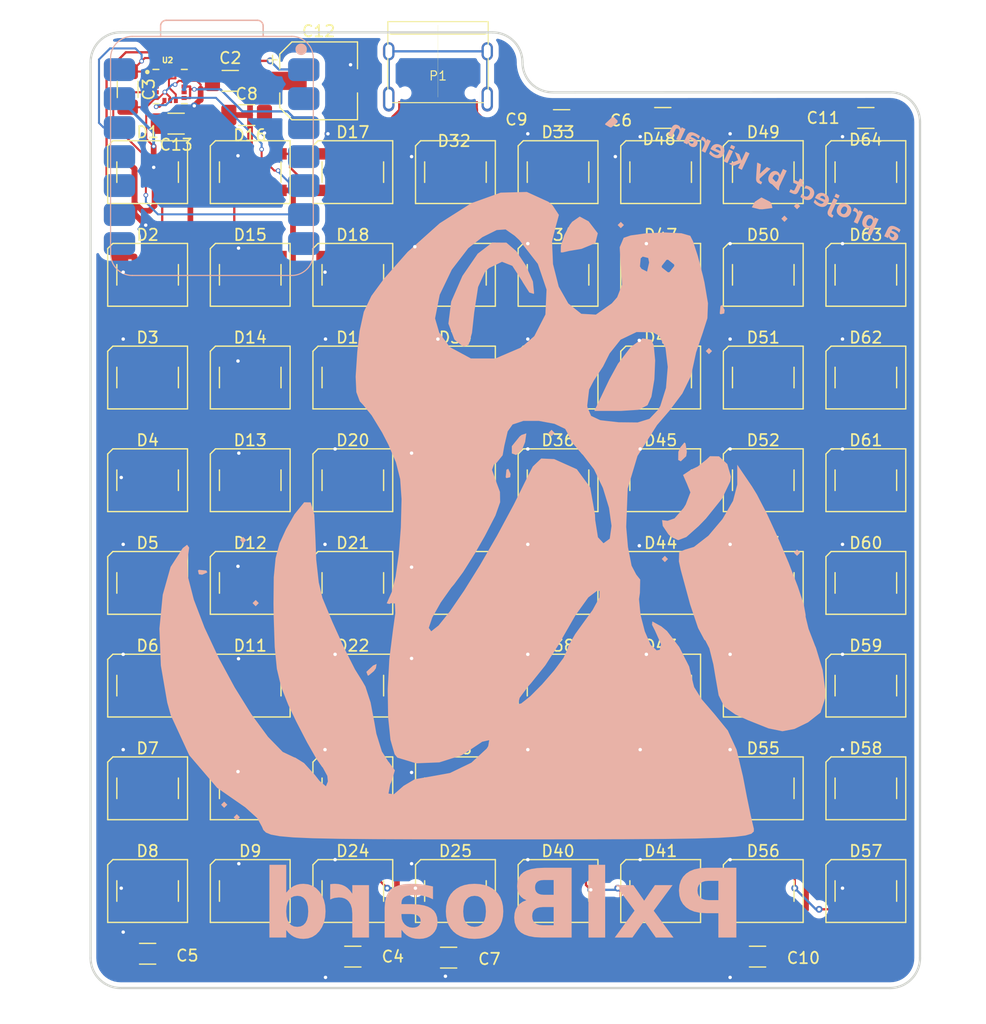
<source format=kicad_pcb>
(kicad_pcb (version 20241229) (generator "pcbnew") (generator_version "9.0")
  (title_block (title "PxlBoard PCB") (rev "v0.4"))
  (layers (0 "F.Cu" signal) (2 "B.Cu" signal) (13 "F.Paste" user) (15 "B.Paste" user) (5 "F.SilkS" user "F.Silkscreen") (7 "B.SilkS" user "B.Silkscreen") (1 "F.Mask" user) (3 "B.Mask" user) (25 "Edge.Cuts" user))
  (net 0 "")
  (net 1 "+5V")
  (net 2 "Net-(D1-DOUT)")
  (net 3 "NEOPIXEL_SIG")
  (net 4 "Net-(D2-DOUT)")
  (net 5 "Net-(D3-DOUT)")
  (net 6 "Net-(D4-DOUT)")
  (net 7 "Net-(D5-DOUT)")
  (net 8 "NEOPIXEL_SIG_ROW1")
  (net 9 "Net-(D7-DOUT)")
  (net 10 "Net-(D10-DIN)")
  (net 11 "Net-(D10-DOUT)")
  (net 12 "Net-(D11-DOUT)")
  (net 13 "NEOPIXEL_SIG_ROW2")
  (net 14 "Net-(D13-DOUT)")
  (net 15 "NEOPIXEL_SIG_ROW3")
  (net 16 "Net-(D14-DOUT)")
  (net 17 "Net-(D15-DOUT)")
  (net 18 "Net-(D17-DOUT)")
  (net 19 "Net-(D18-DOUT)")
  (net 20 "Net-(D20-DOUT)")
  (net 21 "Net-(D21-DOUT)")
  (net 22 "Net-(D22-DOUT)")
  (net 23 "NEOPIXEL_SIG_ROW4")
  (net 24 "Net-(D25-DOUT)")
  (net 25 "Net-(D26-DOUT)")
  (net 26 "NEOPIXEL_SIG_ROW5")
  (net 27 "Net-(D29-DOUT)")
  (net 28 "Net-(D33-DOUT)")
  (net 29 "Net-(D34-DOUT)")
  (net 30 "Net-(D37-DOUT)")
  (net 31 "Net-(D38-DOUT)")
  (net 32 "Net-(D41-DOUT)")
  (net 33 "Net-(D42-DOUT)")
  (net 39 "+3.3V")
  (net 40 "Net-(D6-DOUT)")
  (net 41 "Net-(D35-DOUT)")
  (net 42 "Net-(D36-DOUT)")
  (net 43 "Net-(D39-DOUT)")
  (net 44 "Net-(D43-DOUT)")
  (net 45 "Net-(D44-DOUT)")
  (net 46 "Net-(D49-DOUT)")
  (net 47 "Net-(D50-DOUT)")
  (net 48 "Net-(D51-DOUT)")
  (net 49 "INT1")
  (net 50 "SDA")
  (net 51 "SCL")
  (net 52 "INT2")
  (net 54 "Net-(D12-DOUT)")
  (net 55 "Net-(D19-DOUT)")
  (net 56 "Net-(D23-DOUT)")
  (net 57 "Net-(D27-DOUT)")
  (net 58 "Net-(D28-DOUT)")
  (net 59 "Net-(D30-DOUT)")
  (net 60 "Net-(D31-DOUT)")
  (net 61 "Net-(D45-DOUT)")
  (net 62 "Net-(D46-DOUT)")
  (net 63 "Net-(D47-DOUT)")
  (net 64 "NEOPIXEL_SIG_ROW6")
  (net 65 "Net-(D52-DOUT)")
  (net 66 "Net-(D53-DOUT)")
  (net 67 "Net-(D54-DOUT)")
  (net 68 "Net-(D55-DOUT)")
  (net 69 "NEOPIXEL_SIG_ROW7")
  (net 70 "Net-(D57-DOUT)")
  (net 71 "Net-(D58-DOUT)")
  (net 72 "Net-(D59-DOUT)")
  (net 73 "Net-(D60-DOUT)")
  (net 74 "Net-(D61-DOUT)")
  (net 75 "Net-(D62-DOUT)")
  (net 76 "Net-(D63-DOUT)")
  (net 78 "GND")
  (net 79 "GND tiny")
  (net 87 "unconnected-(P1-SHIELD-PadS1)")
  (footprint "LED_SMD:LED_SK6812_PLCC4_5.0x5.0mm_P3.2mm" (layer "F.Cu") (at 89.8883 87.37)
    (property "Reference" "D39")
    (property "Value" "SK6812")
  )
  (footprint "Capacitor_SMD:C_1206_3216Metric_Pad1.33x1.80mm_HandSolder" (layer "F.Cu") (at 116.8883 28.62 180)
    (property "Reference" "C11")
    (property "Value" "10uf")
  )
  (footprint "Capacitor_SMD:C_1206_3216Metric_Pad1.33x1.80mm_HandSolder" (layer "F.Cu") (at 71.8883 102.12 180)
    (property "Reference" "C4")
    (property "Value" "10uf")
  )
  (footprint "LED_SMD:LED_SK6812_PLCC4_5.0x5.0mm_P3.2mm" (layer "F.Cu") (at 80.8883 42.37)
    (property "Reference" "D31")
    (property "Value" "SK6812")
  )
  (footprint "LED_SMD:LED_SK6812_PLCC4_5.0x5.0mm_P3.2mm" (layer "F.Cu") (at 71.8883 42.37)
    (property "Reference" "D18")
    (property "Value" "SK6812")
  )
  (footprint "LED_SMD:LED_SK6812_PLCC4_5.0x5.0mm_P3.2mm" (layer "F.Cu") (at 89.8883 69.37)
    (property "Reference" "D37")
    (property "Value" "SK6812")
  )
  (footprint "LED_SMD:LED_SK6812_PLCC4_5.0x5.0mm_P3.2mm" (layer "F.Cu") (at 80.8883 69.37)
    (property "Reference" "D28")
    (property "Value" "SK6812")
  )
  (footprint "Capacitor_SMD:C_1206_3216Metric_Pad1.33x1.80mm_HandSolder" (layer "F.Cu") (at 53.8883 101.87 180)
    (property "Reference" "C5")
    (property "Value" "10uf")
  )
  (footprint "LED_SMD:LED_SK6812_PLCC4_5.0x5.0mm_P3.2mm" (layer "F.Cu") (at 71.8883 69.37)
    (property "Reference" "D21")
    (property "Value" "SK6812")
  )
  (footprint "LED_SMD:LED_SK6812_PLCC4_5.0x5.0mm_P3.2mm" (layer "F.Cu") (at 53.8883 69.37)
    (property "Reference" "D5")
    (property "Value" "SK6812")
  )
  (footprint "LED_SMD:LED_SK6812_PLCC4_5.0x5.0mm_P3.2mm" (layer "F.Cu") (at 53.8883 51.37)
    (property "Reference" "D3")
    (property "Value" "SK6812")
  )
  (footprint "NetTie:NetTie-2_SMD_Pad0.5mm" (layer "F.Cu") (at 54.4183 31.61 90)
    (property "Reference" "NT1" (hide yes))
    (property "Value" "NetTie_2" (hide yes))
  )
  (footprint "LED_SMD:LED_SK6812_PLCC4_5.0x5.0mm_P3.2mm" (layer "F.Cu") (at 98.8883 69.37)
    (property "Reference" "D44")
    (property "Value" "SK6812")
  )
  (footprint "LED_SMD:LED_SK6812_PLCC4_5.0x5.0mm_P3.2mm" (layer "F.Cu") (at 71.8883 96.37)
    (property "Reference" "D24")
    (property "Value" "SK6812")
  )
  (footprint "LED_SMD:LED_SK6812_PLCC4_5.0x5.0mm_P3.2mm" (layer "F.Cu") (at 116.8883 42.37)
    (property "Reference" "D63")
    (property "Value" "SK6812")
  )
  (footprint "Capacitor_SMD:CP_Elec_6.3x9.9" (layer "F.Cu") (at 68.8883 25.37)
    (property "Reference" "C12")
    (property "Value" "470uf")
  )
  (footprint "LED_SMD:LED_SK6812_PLCC4_5.0x5.0mm_P3.2mm" (layer "F.Cu") (at 107.8883 60.37)
    (property "Reference" "D52")
    (property "Value" "SK6812")
  )
  (footprint "LED_SMD:LED_SK6812_PLCC4_5.0x5.0mm_P3.2mm" (layer "F.Cu") (at 98.8883 87.37)
    (property "Reference" "D42")
    (property "Value" "SK6812")
  )
  (footprint "LED_SMD:LED_SK6812_PLCC4_5.0x5.0mm_P3.2mm" (layer "F.Cu") (at 107.8883 96.37)
    (property "Reference" "D56")
    (property "Value" "SK6812")
  )
  (footprint "LED_SMD:LED_SK6812_PLCC4_5.0x5.0mm_P3.2mm" (layer "F.Cu") (at 53.8883 60.37)
    (property "Reference" "D4")
    (property "Value" "SK6812")
  )
  (footprint "LED_SMD:LED_SK6812_PLCC4_5.0x5.0mm_P3.2mm" (layer "F.Cu") (at 98.8883 78.37)
    (property "Reference" "D43")
    (property "Value" "SK6812")
  )
  (footprint "LED_SMD:LED_SK6812_PLCC4_5.0x5.0mm_P3.2mm" (layer "F.Cu") (at 107.8883 33.37)
    (property "Reference" "D49")
    (property "Value" "SK6812")
  )
  (footprint "LED_SMD:LED_SK6812_PLCC4_5.0x5.0mm_P3.2mm" (layer "F.Cu") (at 116.8883 69.37)
    (property "Reference" "D60")
    (property "Value" "SK6812")
  )
  (footprint "LED_SMD:LED_SK6812_PLCC4_5.0x5.0mm_P3.2mm" (layer "F.Cu") (at 107.8883 69.37)
    (property "Reference" "D53")
    (property "Value" "SK6812")
  )
  (footprint "LED_SMD:LED_SK6812_PLCC4_5.0x5.0mm_P3.2mm" (layer "F.Cu") (at 116.8883 51.37)
    (property "Reference" "D62")
    (property "Value" "SK6812")
  )
  (footprint "LED_SMD:LED_SK6812_PLCC4_5.0x5.0mm_P3.2mm" (layer "F.Cu") (at 89.8883 96.37)
    (property "Reference" "D40")
    (property "Value" "SK6812")
  )
  (footprint "LED_SMD:LED_SK6812_PLCC4_5.0x5.0mm_P3.2mm" (layer "F.Cu") (at 107.8883 42.37)
    (property "Reference" "D50")
    (property "Value" "SK6812")
  )
  (footprint "LED_SMD:LED_SK6812_PLCC4_5.0x5.0mm_P3.2mm" (layer "F.Cu") (at 71.8883 60.37)
    (property "Reference" "D20")
    (property "Value" "SK6812")
  )
  (footprint "Capacitor_SMD:C_1206_3216Metric_Pad1.33x1.80mm_HandSolder" (layer "F.Cu") (at 61.1383 25.37 180)
    (property "Reference" "C2")
    (property "Value" "100uf")
  )
  (footprint "LED_SMD:LED_SK6812_PLCC4_5.0x5.0mm_P3.2mm" (layer "F.Cu") (at 98.8883 96.37)
    (property "Reference" "D41")
    (property "Value" "SK6812")
  )
  (footprint "LED_SMD:LED_SK6812_PLCC4_5.0x5.0mm_P3.2mm" (layer "F.Cu") (at 53.8883 96.37)
    (property "Reference" "D8")
    (property "Value" "SK6812")
  )
  (footprint "lib:XDCR_LIS3DHTR" (layer "F.Cu") (at 55.8633 25.87)
    (property "Reference" "U2")
    (property "Value" "LIS3DHTR")
  )
  (footprint "LED_SMD:LED_SK6812_PLCC4_5.0x5.0mm_P3.2mm" (layer "F.Cu") (at 80.8883 51.37)
    (property "Reference" "D30")
    (property "Value" "SK6812")
  )
  (footprint "LED_SMD:LED_SK6812_PLCC4_5.0x5.0mm_P3.2mm" (layer "F.Cu") (at 62.8883 87.37)
    (property "Reference" "D10")
    (property "Value" "SK6812")
  )
  (footprint "LED_SMD:LED_SK6812_PLCC4_5.0x5.0mm_P3.2mm" (layer "F.Cu") (at 116.8883 87.37)
    (property "Reference" "D58")
    (property "Value" "SK6812")
  )
  (footprint "LED_SMD:LED_SK6812_PLCC4_5.0x5.0mm_P3.2mm" (layer "F.Cu") (at 116.8883 96.37)
    (property "Reference" "D57")
    (property "Value" "SK6812")
  )
  (footprint "lib:TYPE-C-31-M-12" (layer "F.Cu") (at 79.36 22.7825 180)
    (property "Reference" "P1")
    (property "Value" "USB_C_Plug_USB2.0")
  )
  (footprint "LED_SMD:LED_SK6812_PLCC4_5.0x5.0mm_P3.2mm" (layer "F.Cu") (at 89.8883 33.37)
    (property "Reference" "D33")
    (property "Value" "SK6812")
  )
  (footprint "LED_SMD:LED_SK6812_PLCC4_5.0x5.0mm_P3.2mm" (layer "F.Cu") (at 80.8883 96.37)
    (property "Reference" "D25")
    (property "Value" "SK6812")
  )
  (footprint "Capacitor_SMD:C_1206_3216Metric_Pad1.33x1.80mm_HandSolder" (layer "F.Cu") (at 107.3883 102.12 180)
    (property "Reference" "C10")
    (property "Value" "10uf")
  )
  (footprint "LED_SMD:LED_SK6812_PLCC4_5.0x5.0mm_P3.2mm" (layer "F.Cu") (at 62.8883 33.37)
    (property "Reference" "D16")
    (property "Value" "SK6812")
  )
  (footprint "LED_SMD:LED_SK6812_PLCC4_5.0x5.0mm_P3.2mm" (layer "F.Cu") (at 71.8883 33.37)
    (property "Reference" "D17")
    (property "Value" "SK6812")
  )
  (footprint "LED_SMD:LED_SK6812_PLCC4_5.0x5.0mm_P3.2mm" (layer "F.Cu") (at 71.8883 87.37)
    (property "Reference" "D23")
    (property "Value" "SK6812")
  )
  (footprint "LED_SMD:LED_SK6812_PLCC4_5.0x5.0mm_P3.2mm" (layer "F.Cu") (at 98.8883 51.37)
    (property "Reference" "D46")
    (property "Value" "SK6812")
  )
  (footprint "Capacitor_SMD:C_1206_3216Metric_Pad1.33x1.80mm_HandSolder" (layer "F.Cu") (at 56.3883 29.12 180)
    (property "Reference" "C13")
    (property "Value" "100nf")
  )
  (footprint "Capacitor_SMD:C_1206_3216Metric_Pad1.33x1.80mm_HandSolder" (layer "F.Cu") (at 90.2 28.81 180)
    (property "Reference" "C9")
    (property "Value" "10uf")
  )
  (footprint "LED_SMD:LED_SK6812_PLCC4_5.0x5.0mm_P3.2mm" (layer "F.Cu") (at 116.8883 78.37)
    (property "Reference" "D59")
    (property "Value" "SK6812")
  )
  (footprint "Capacitor_SMD:C_1206_3216Metric_Pad1.33x1.80mm_HandSolder" (layer "F.Cu") (at 62.5758 28.37)
    (property "Reference" "C8")
    (property "Value" "10uf")
  )
  (footprint "LED_SMD:LED_SK6812_PLCC4_5.0x5.0mm_P3.2mm" (layer "F.Cu") (at 116.8883 33.37)
    (property "Reference" "D64")
    (property "Value" "SK6812")
  )
  (footprint "LED_SMD:LED_SK6812_PLCC4_5.0x5.0mm_P3.2mm" (layer "F.Cu") (at 80.8883 78.37)
    (property "Reference" "D27")
    (property "Value" "SK6812")
  )
  (footprint "LED_SMD:LED_SK6812_PLCC4_5.0x5.0mm_P3.2mm" (layer "F.Cu") (at 116.8883 60.37)
    (property "Reference" "D61")
    (property "Value" "SK6812")
  )
  (footprint "LED_SMD:LED_SK6812_PLCC4_5.0x5.0mm_P3.2mm" (layer "F.Cu") (at 53.8883 87.37)
    (property "Reference" "D7")
    (property "Value" "SK6812")
  )
  (footprint "LED_SMD:LED_SK6812_PLCC4_5.0x5.0mm_P3.2mm" (layer "F.Cu") (at 62.8883 69.37)
    (property "Reference" "D12")
    (property "Value" "SK6812")
  )
  (footprint "LED_SMD:LED_SK6812_PLCC4_5.0x5.0mm_P3.2mm" (layer "F.Cu") (at 71.8883 51.37)
    (property "Reference" "D19")
    (property "Value" "SK6812")
  )
  (footprint "LED_SMD:LED_SK6812_PLCC4_5.0x5.0mm_P3.2mm" (layer "F.Cu") (at 62.8883 51.37)
    (property "Reference" "D14")
    (property "Value" "SK6812")
  )
  (footprint "LED_SMD:LED_SK6812_PLCC4_5.0x5.0mm_P3.2mm" (layer "F.Cu") (at 89.8883 60.37)
    (property "Reference" "D36")
    (property "Value" "SK6812")
  )
  (footprint "LED_SMD:LED_SK6812_PLCC4_5.0x5.0mm_P3.2mm" (layer "F.Cu") (at 98.8883 33.37)
    (property "Reference" "D48")
    (property "Value" "SK6812")
  )
  (footprint "LED_SMD:LED_SK6812_PLCC4_5.0x5.0mm_P3.2mm" (layer "F.Cu") (at 107.8883 78.37)
    (property "Reference" "D54")
    (property "Value" "SK6812")
  )
  (footprint "LED_SMD:LED_SK6812_PLCC4_5.0x5.0mm_P3.2mm" (layer "F.Cu") (at 98.8883 60.37)
    (property "Reference" "D45")
    (property "Value" "SK6812")
  )
  (footprint "LED_SMD:LED_SK6812_PLCC4_5.0x5.0mm_P3.2mm" (layer "F.Cu") (at 107.8883 87.37)
    (property "Reference" "D55")
    (property "Value" "SK6812")
  )
  (footprint "LED_SMD:LED_SK6812_PLCC4_5.0x5.0mm_P3.2mm" (layer "F.Cu") (at 53.8883 42.37)
    (property "Reference" "D2")
    (property "Value" "SK6812")
  )
  (footprint "Capacitor_SMD:C_1206_3216Metric_Pad1.33x1.80mm_HandSolder" (layer "F.Cu") (at 80.29 102.21 180)
    (property "Reference" "C7")
    (property "Value" "10uf")
  )
  (footprint "NetTie:NetTie-2_SMD_Pad0.5mm" (layer "F.Cu") (at 58.5383 26.55 90)
    (property "Reference" "NT2" (hide yes))
    (property "Value" "NetTie_2" (hide yes))
  )
  (footprint "LED_SMD:LED_SK6812_PLCC4_5.0x5.0mm_P3.2mm" (layer "F.Cu") (at 80.8883 60.37)
    (property "Reference" "D29")
    (property "Value" "SK6812")
  )
  (footprint "LED_SMD:LED_SK6812_PLCC4_5.0x5.0mm_P3.2mm" (layer "F.Cu") (at 89.8883 42.37)
    (property "Reference" "D34")
    (property "Value" "SK6812")
  )
  (footprint "LED_SMD:LED_SK6812_PLCC4_5.0x5.0mm_P3.2mm" (layer "F.Cu") (at 89.8883 51.37)
    (property "Reference" "D35")
    (property "Value" "SK6812")
  )
  (footprint "LED_SMD:LED_SK6812_PLCC4_5.0x5.0mm_P3.2mm" (layer "F.Cu") (at 98.8883 42.37)
    (property "Reference" "D47")
    (property "Value" "SK6812")
  )
  (footprint "LED_SMD:LED_SK6812_PLCC4_5.0x5.0mm_P3.2mm" (layer "F.Cu") (at 53.8883 33.37)
    (property "Reference" "D1")
    (property "Value" "SK6812")
  )
  (footprint "LED_SMD:LED_SK6812_PLCC4_5.0x5.0mm_P3.2mm" (layer "F.Cu") (at 53.8883 78.37)
    (property "Reference" "D6")
    (property "Value" "SK6812")
  )
  (footprint "LED_SMD:LED_SK6812_PLCC4_5.0x5.0mm_P3.2mm" (layer "F.Cu") (at 80.8883 87.37)
    (property "Reference" "D26")
    (property "Value" "SK6812")
  )
  (footprint "LED_SMD:LED_SK6812_PLCC4_5.0x5.0mm_P3.2mm" (layer "F.Cu") (at 62.8883 42.37)
    (property "Reference" "D15")
    (property "Value" "SK6812")
  )
  (footprint "LED_SMD:LED_SK6812_PLCC4_5.0x5.0mm_P3.2mm" (layer "F.Cu") (at 89.8883 78.37)
    (property "Reference" "D38")
    (property "Value" "SK6812")
  )
  (footprint "LED_SMD:LED_SK6812_PLCC4_5.0x5.0mm_P3.2mm" (layer "F.Cu") (at 107.8883 51.37)
    (property "Reference" "D51")
    (property "Value" "SK6812")
  )
  (footprint "LED_SMD:LED_SK6812_PLCC4_5.0x5.0mm_P3.2mm" (layer "F.Cu") (at 62.8883 96.37)
    (property "Reference" "D9")
    (property "Value" "SK6812")
  )
  (footprint "Capacitor_SMD:C_1206_3216Metric_Pad1.33x1.80mm_HandSolder" (layer "F.Cu") (at 52.1383 26.12 -90)
    (property "Reference" "C3")
    (property "Value" "10nf")
  )
  (footprint "LED_SMD:LED_SK6812_PLCC4_5.0x5.0mm_P3.2mm" (layer "F.Cu") (at 62.8883 60.37)
    (property "Reference" "D13")
    (property "Value" "SK6812")
  )
  (footprint "Capacitor_SMD:C_1206_3216Metric_Pad1.33x1.80mm_HandSolder" (layer "F.Cu") (at 99.0758 28.62 180)
    (property "Reference" "C6")
    (property "Value" "10uf")
  )
  (footprint "LED_SMD:LED_SK6812_PLCC4_5.0x5.0mm_P3.2mm" (layer "F.Cu") (at 71.8883 78.37)
    (property "Reference" "D22")
    (property "Value" "SK6812")
  )
  (footprint "LED_SMD:LED_SK6812_PLCC4_5.0x5.0mm_P3.2mm" (layer "F.Cu") (at 62.8883 78.37)
    (property "Reference" "D11")
    (property "Value" "SK6812")
  )
  (footprint "LED_SMD:LED_SK6812_PLCC4_5.0x5.0mm_P3.2mm" (layer "F.Cu") (at 80.8883 33.37)
    (property "Reference" "D32")
    (property "Value" "SK6812")
  )
  (footprint "LOGO" (layer "B.Cu") (at 81.863634 56.505966 180)
    (property "Reference" "G***" (hide yes))
    (property "Value" "LOGO" (hide yes))
  )
  (footprint "lib:XIAO-RP2040-SMD" (layer "B.Cu") (at 59.585 32.01 180)
    (property "Reference" "U1" (hide yes))
    (property "Value" "XIAO-RP2040-SMD")
  )
  (gr_arc (start 89.393845 26.375) (mid 87.53769 25.606155) (end 86.768845 23.75) (stroke (width 0.2)) (layer "Edge.Cuts"))
  (gr_arc (start 48.8883 23.745) (mid 49.657145 21.888845) (end 51.5133 21.12) (stroke (width 0.2)) (layer "Edge.Cuts"))
  (gr_line (start 48.8883 102.245) (end 48.8883 23.745) (stroke (width 0.2)) (layer "Edge.Cuts"))
  (gr_line (start 51.5133 21.12) (end 84.143845 21.12) (stroke (width 0.2)) (layer "Edge.Cuts"))
  (gr_arc (start 51.5133 104.87) (mid 49.657145 104.101155) (end 48.8883 102.245) (stroke (width 0.2)) (layer "Edge.Cuts"))
  (gr_arc (start 121.6383 102.245) (mid 120.869455 104.101155) (end 119.0133 104.87) (stroke (width 0.2)) (layer "Edge.Cuts"))
  (gr_line (start 121.6383 28.995) (end 121.6383 102.245) (stroke (width 0.2)) (layer "Edge.Cuts"))
  (gr_line (start 119.0133 104.87) (end 51.5133 104.87) (stroke (width 0.2)) (layer "Edge.Cuts"))
  (gr_arc (start 119.0133 26.37) (mid 120.869455 27.138845) (end 121.6383 28.995) (stroke (width 0.2)) (layer "Edge.Cuts"))
  (gr_line (start 89.393845 26.380689) (end 119.0133 26.37) (stroke (width 0.2)) (layer "Edge.Cuts"))
  (gr_arc (start 84.143845 21.125) (mid 86 21.893845) (end 86.768845 23.75) (stroke (width 0.2)) (layer "Edge.Cuts"))
  (gr_text "a project by kieran" (at 119.52 39.75 335) (layer "B.SilkS") (effects (font (size 1.5 1.5) (thickness 0.25) (bold yes)) (justify left bottom mirror)))
  (gr_text "PxlBoard" (at 106.3 101.47 0) (layer "B.SilkS") (effects (font (size 6 6) (thickness 0.3) (bold yes)) (justify left bottom mirror)))
  (segment (start 100.0366 33.87) (end 94.74 33.87) (width 0.5) (layer "F.Cu") (net 1))
  (segment (start 81.8525 99.4558) (end 83.3383 97.97) (width 0.5) (layer "F.Cu") (net 1))
  (segment (start 92.3383 97.97) (end 93.64 97.97) (width 0.5) (layer "F.Cu") (net 1))
  (segment (start 120.6385 43.97) (end 120.64 43.97) (width 0.5) (layer "F.Cu") (net 1))
  (segment (start 93.6383 43.97) (end 93.6385 43.97) (width 0.5) (layer "F.Cu") (net 1))
  (segment (start 74.3383 88.97) (end 75.64 88.97) (width 0.5) (layer "F.Cu") (net 1))
  (segment (start 55.4508 97.97) (end 55.0366 97.5558) (width 0.5) (layer "F.Cu") (net 1))
  (segment (start 102.6385 70.97) (end 102.64 70.9685) (width 0.5) (layer "F.Cu") (net 1))
  (segment (start 120.6385 43.97) (end 120.64 43.9715) (width 0.5) (layer "F.Cu") (net 1))
  (segment (start 93.6385 43.97) (end 93.64 43.9715) (width 0.5) (layer "F.Cu") (net 1))
  (segment (start 84.64 43.97) (end 84.64 52.97) (width 0.5) (layer "F.Cu") (net 1))
  (segment (start 101.3383 52.97) (end 102.64 52.97) (width 0.5) (layer "F.Cu") (net 1))
  (segment (start 120.64 43.9715) (end 120.64 52.97) (width 0.5) (layer "F.Cu") (net 1))
  (segment (start 66.6383 61.97) (end 66.6385 61.97) (width 0.5) (layer "F.Cu") (net 1))
  (segment (start 66.64 88.9715) (end 66.6385 88.97) (width 0.5) (layer "F.Cu") (net 1))
  (segment (start 76.3356 52.2744) (end 75.64 52.97) (width 0.5) (layer "F.Cu") (net 1))
  (segment (start 56.3383 88.97) (end 57.64 88.97) (width 0.5) (layer "F.Cu") (net 1))
  (segment (start 62.8732 28.37) (end 61.0133 28.37) (width 0.5) (layer "F.Cu") (net 1))
  (segment (start 56.3383 70.97) (end 57.6385 70.97) (width 0.5) (layer "F.Cu") (net 1))
  (segment (start 102.6385 43.97) (end 102.64 43.9685) (width 0.5) (layer "F.Cu") (net 1))
  (segment (start 111.64 88.97) (end 111.64 97.97) (width 0.5) (layer "F.Cu") (net 1))
  (segment (start 84.64 34.97) (end 84.64 43.9685) (width 0.5) (layer "F.Cu") (net 1))
  (segment (start 102.64 70.9685) (end 102.64 61.97) (width 0.5) (layer "F.Cu") (net 1))
  (segment (start 82.0366 33.87) (end 81.54 33.87) (width 0.5) (layer "F.Cu") (net 1))
  (segment (start 57.6385 70.97) (end 57.64 70.97) (width 0.5) (layer "F.Cu") (net 1))
  (segment (start 81.43 33.76) (end 81.54 33.87) (width 0.2) (layer "F.Cu") (net 1))
  (segment (start 55.7472 29.12) (end 57.64 31.0128) (width 0.5) (layer "F.Cu") (net 1))
  (segment (start 65.3383 34.97) (end 66.64 34.97) (width 0.5) (layer "F.Cu") (net 1))
  (segment (start 57.64 43.97) (end 57.64 52.97) (width 0.5) (layer "F.Cu") (net 1))
  (segment (start 66.64 79.9685) (end 66.6385 79.97) (width 0.5) (layer "F.Cu") (net 1))
  (segment (start 120.6383 88.97) (end 120.6385 88.97) (width 0.5) (layer "F.Cu") (net 1))
  (segment (start 93.64 43.9715) (end 93.64 52.97) (width 0.5) (layer "F.Cu") (net 1))
  (segment (start 120.6385 88.97) (end 120.64 88.97) (width 0.5) (layer "F.Cu") (net 1))
  (segment (start 56.3383 97.97) (end 55.4508 97.97) (width 0.5) (layer "F.Cu") (net 1))
  (segment (start 120.64 79.9715) (end 120.64 88.9685) (width 0.5) (layer "F.Cu") (net 1))
  (segment (start 110.3383 52.97) (end 111.64 52.97) (width 0.5) (layer "F.Cu") (net 1))
  (segment (start 66.64 43.9715) (end 66.64 52.97) (width 0.5) (layer "F.Cu") (net 1))
  (segment (start 110.3383 34.97) (end 110.9892 34.97) (width 0.5) (layer "F.Cu") (net 1))
  (segment (start 66.6385 61.97) (end 66.64 61.9715) (width 0.5) (layer "F.Cu") (net 1))
  (segment (start 93.64 88.97) (end 93.64 97.97) (width 0.5) (layer "F.Cu") (net 1))
  (segment (start 81.66 33.4934) (end 82.0366 33.87) (width 0.2) (layer "F.Cu") (net 1))
  (segment (start 120.64 88.9685) (end 120.6385 88.97) (width 0.5) (layer "F.Cu") (net 1))
  (segment (start 64.9061 25.37) (end 62.8732 27.4029) (width 0.5) (layer "F.Cu") (net 1))
  (segment (start 111.6385 61.97) (end 111.64 61.97) (width 0.5) (layer "F.Cu") (net 1))
  (segment (start 92.3383 97.97) (end 91.0366 97.97) (width 0.5) (layer "F.Cu") (net 1))
  (segment (start 84.6385 70.97) (end 84.64 70.9715) (width 0.5) (layer "F.Cu") (net 1))
  (segment (start 91.0366 99.0217) (end 91.0366 97.97) (width 0.5) (layer "F.Cu") (net 1))
  (segment (start 93.6385 79.97) (end 93.64 79.9715) (width 0.5) (layer "F.Cu") (net 1))
  (segment (start 111.64 43.97) (end 111.64 52.97) (width 0.5) (layer "F.Cu") (net 1))
  (segment (start 55.6875 88.97) (end 56.3383 88.97) (width 0.5) (layer "F.Cu") (net 1))
  (segment (start 84.64 43.9685) (end 84.6385 43.97) (width 0.5) (layer "F.Cu") (net 1))
  (segment (start 120.6385 79.97) (end 120.64 79.9715) (width 0.5) (layer "F.Cu") (net 1))
  (segment (start 93.6385 79.97) (end 93.64 79.97) (width 0.5) (layer "F.Cu") (net 1))
  (segment (start 83.3383 97.97) (end 83.9892 97.97) (width 0.5) (layer "F.Cu") (net 1))
  (segment (start 66.6385 88.97) (end 66.64 88.97) (width 0.5) (layer "F.Cu") (net 1))
  (segment (start 93.6383 61.97) (end 93.6385 61.97) (width 0.5) (layer "F.Cu") (net 1))
  (segment (start 57.6385 52.97) (end 57.64 52.9715) (width 0.5) (layer "F.Cu") (net 1))
  (segment (start 73.0366 99.0353) (end 73.0366 97.97) (width 0.5) (layer "F.Cu") (net 1))
  (segment (start 84.6385 61.97) (end 84.64 61.9685) (width 0.5) (layer "F.Cu") (net 1))
  (segment (start 120.6385 61.97) (end 120.64 61.97) (width 0.5) (layer "F.Cu") (net 1))
  (segment (start 66.64 79.97) (end 66.64 88.97) (width 0.5) (layer "F.Cu") (net 1))
  (segment (start 93.64 79.97) (end 93.64 70.97) (width 0.5) (layer "F.Cu") (net 1))
  (segment (start 57.64 70.9685) (end 57.6385 70.97) (width 0.5) (layer "F.Cu") (net 1))
  (segment (start 84.64 70.9715) (end 84.64 79.97) (width 0.5) (layer "F.Cu") (net 1))
  (segment (start 84.6385 88.97) (end 84.64 88.97) (width 0.5) (layer "F.Cu") (net 1))
  (segment (start 120.64 61.97) (end 120.64 70.9685) (width 0.5) (layer "F.Cu") (net 1))
  (segment (start 120.6385 52.97) (end 120.64 52.97) (width 0.5) (layer "F.Cu") (net 1))
  (segment (start 120.6385 79.97) (end 120.64 79.97) (width 0.5) (layer "F.Cu") (net 1))
  (segment (start 56.3383 34.97) (end 57.64 34.97) (width 0.5) (layer "F.Cu") (net 1))
  (segment (start 110.3383 88.97) (end 111.64 88.97) (width 0.5) (layer "F.Cu") (net 1))
  (segment (start 83.9892 97.97) (end 85.0409 99.0217) (width 0.5) (layer "F.Cu") (net 1))
  (segment (start 111.6385 61.97) (end 111.64 61.9685) (width 0.5) (layer "F.Cu") (net 1))
  (segment (start 102.6385 79.97) (end 102.64 79.9685) (width 0.5) (layer "F.Cu") (net 1))
  (segment (start 66.6385 79.97) (end 66.64 79.97) (width 0.5) (layer "F.Cu") (net 1))
  (segment (start 120.64 70.97) (end 120.64 79.97) (width 0.5) (layer "F.Cu") (net 1))
  (segment (start 101.3383 34.97) (end 102.64 34.97) (width 0.5) (layer "F.Cu") (net 1))
  (segment (start 111.6385 70.97) (end 111.64 70.97) (width 0.5) (layer "F.Cu") (net 1))
  (segment (start 84.6385 70.97) (end 84.64 70.97) (width 0.5) (layer "F.Cu") (net 1))
  (segment (start 84.6385 61.97) (end 84.64 61.97) (width 0.5) (layer "F.Cu") (net 1))
  (segment (start 57.6385 61.97) (end 57.64 61.97) (width 0.5) (layer "F.Cu") (net 1))
  (segment (start 111.6385 43.97) (end 111.64 43.97) (width 0.5) (layer "F.Cu") (net 1))
  (segment (start 111.6383 61.97) (end 111.6385 61.97) (width 0.5) (layer "F.Cu") (net 1))
  (segment (start 83.9892 34.97) (end 84.64 34.97) (width 0.5) (layer "F.Cu") (net 1))
  (segment (start 92.3383 70.97) (end 93.64 70.97) (width 0.5) (layer "F.Cu") (net 1))
  (segment (start 57.6385 79.97) (end 57.64 79.97) (width 0.5) (layer "F.Cu") (net 1))
  (segment (start 55.4508 97.97) (end 55.4508 101.87) (width 0.5) (layer "F.Cu") (net 1))
  (segment (start 57.64 31.0128) (end 57.64 34.97) (width 0.5) (layer "F.Cu") (net 1))
  (segment (start 91.7625 28.81) (end 93.6393 30.6868) (width 0.5) (layer "F.Cu") (net 1))
  (segment (start 94.74 33.87) (end 93.64 34.97) (width 0.5) (layer "F.Cu") (net 1))
  (segment (start 57.64 79.9715) (end 57.6385 79.97) (width 0.5) (layer "F.Cu") (net 1))
  (segment (start 118.6875 34.97) (end 120.64 36.9225) (width 0.5) (layer "F.Cu") (net 1))
  (segment (start 73.0366 101.7058) (end 73.0366 99.0353) (width 0.5) (layer "F.Cu") (net 1))
  (segment (start 62.8732 28.37) (end 62.8732 33.8066) (width 0.5) (layer "F.Cu") (net 1))
  (segment (start 74.3383 97.97) (end 75.64 97.97) (width 0.5) (layer "F.Cu") (net 1))
  (segment (start 81.66 32.54) (end 81.66 33.4934) (width 0.25) (layer "F.Cu") (net 1))
  (segment (start 65.3383 52.97) (end 66.64 52.97) (width 0.5) (layer "F.Cu") (net 1))
  (segment (start 84.64 88.97) (end 84.64 97.97) (width 0.5) (layer "F.Cu") (net 1))
  (segment (start 57.64 61.97) (end 57.64 70.9685) (width 0.5) (layer "F.Cu") (net 1))
  (segment (start 83.3383 70.97) (end 84.6383 70.97) (width 0.5) (layer "F.Cu") (net 1))
  (segment (start 66.6385 70.97) (end 66.64 70.9715) (width 0.5) (layer "F.Cu") (net 1))
  (segment (start 61.0133 28.37) (end 58.3705 31.0128) (width 0.5) (layer "F.Cu") (net 1))
  (segment (start 77.02 27.9225) (end 77.06 27.8825) (width 0.25) (layer "F.Cu") (net 1))
  (segment (start 92.3383 34.97) (end 93.64 34.97) (width 0.5) (layer "F.Cu") (net 1))
  (segment (start 102.6385 43.97) (end 102.64 43.97) (width 0.5) (layer "F.Cu") (net 1))
  (segment (start 120.6383 43.97) (end 120.6385 43.97) (width 0.5) (layer "F.Cu") (net 1))
  (segment (start 56.3383 52.97) (end 57.6383 52.97) (width 0.5) (layer "F.Cu") (net 1))
  (segment (start 74.3383 79.97) (end 75.64 79.97) (width 0.5) (layer "F.Cu") (net 1))
  (segment (start 57.6383 43.97) (end 57.6385 43.97) (width 0.5) (layer "F.Cu") (net 1))
  (segment (start 74.3383 52.97) (end 75.64 52.97) (width 0.5) (layer "F.Cu") (net 1))
  (segment (start 110.3383 70.97) (end 111.6383 70.97) (width 0.5) (layer "F.Cu") (net 1))
  (segment (start 66.6383 70.97) (end 66.6385 70.97) (width 0.5) (layer "F.Cu") (net 1))
  (segment (start 75.4392 61.97) (end 75.6385 61.97) (width 0.5) (layer "F.Cu") (net 1))
  (segment (start 102.6383 70.97) (end 102.6385 70.97) (width 0.5) (layer "F.Cu") (net 1))
  (segment (start 112.0409 33.9183) (end 118.0366 33.9183) (width 0.5) (layer "F.Cu") (net 1))
  (segment (start 110.9892 34.97) (end 111.64 34.97) (width 0.5) (layer "F.Cu") (net 1))
  (segment (start 75.64 97.97) (end 75.7569 97.8531) (width 0.5) (layer "F.Cu") (net 1))
  (segment (start 56.3383 43.97) (end 57.6383 43.97) (width 0.5) (layer "F.Cu") (net 1))
  (segment (start 65.3383 43.97) (end 66.6383 43.97) (width 0.5) (layer "F.Cu") (net 1))
  (segment (start 92.3383 79.97) (end 93.6383 79.97) (width 0.5) (layer "F.Cu") (net 1))
  (segment (start 84.6385 43.97) (end 84.64 43.97) (width 0.5) (layer "F.Cu") (net 1))
  (segment (start 66.6385 61.97) (end 66.64 61.97) (width 0.5) (layer "F.Cu") (net 1))
  (segment (start 83.9892 34.97) (end 83.3383 34.97) (width 0.5) (layer "F.Cu") (net 1))
  (segment (start 81.54 32.79) (end 79.1 30.35) (width 0.25) (layer "F.Cu") (net 1))
  (segment (start 93.64 61.97) (end 93.64 70.97) (width 0.5) (layer "F.Cu") (net 1))
  (segment (start 75.64 79.97) (end 75.64 70.97) (width 0.5) (layer "F.Cu") (net 1))
  (segment (start 119.3383 70.97) (end 120.6385 70.97) (width 0.5) (layer "F.Cu") (net 1))
  (segment (start 76.811 30.061) (end 76.811 27.8825) (width 0.25) (layer "F.Cu") (net 1))
  (segment (start 119.3383 34.97) (end 118.6875 34.97) (width 0.5) (layer "F.Cu") (net 1))
  (segment (start 76.1892 40.358196) (end 76.3356 40.504596) (width 0.5) (layer "F.Cu") (net 1))
  (segment (start 81.66 27.8825) (end 81.66 32.54) (width 0.25) (layer "F.Cu") (net 1))
  (segment (start 100.6383 28.62) (end 100.0366 29.2217) (width 0.5) (layer "F.Cu") (net 1))
  (segment (start 75.6385 61.97) (end 75.64 61.97) (width 0.5) (layer "F.Cu") (net 1))
  (segment (start 84.6383 70.97) (end 84.6385 70.97) (width 0.5) (layer "F.Cu") (net 1))
  (segment (start 119.3383 79.97) (end 120.6383 79.97) (width 0.5) (layer "F.Cu") (net 1))
  (segment (start 81.65 32.54) (end 81.63 32.54) (width 0.25) (layer "F.Cu") (net 1))
  (segment (start 101.3383 34.97) (end 100.0366 34.97) (width 0.5) (layer "F.Cu") (net 1))
  (segment (start 62.8732 33.8066) (end 64.0366 34.97) (width 0.5) (layer "F.Cu") (net 1))
  (segment (start 110.3383 97.97) (end 111.64 97.97) (width 0.5) (layer "F.Cu") (net 1))
  (segment (start 81.8525 102.21) (end 81.8525 99.4558) (width 0.5) (layer "F.Cu") (net 1))
  (segment (start 66.64 70.9715) (end 66.64 79.9685) (width 0.5) (layer "F.Cu") (net 1))
  (segment (start 82.0366 34.97) (end 82.0366 33.87) (width 0.5) (layer "F.Cu") (net 1))
  (segment (start 103.8637 99.8445) (end 108.9508 99.8445) (width 0.5) (layer "F.Cu") (net 1))
  (segment (start 56.3383 61.97) (end 57.6385 61.97) (width 0.5) (layer "F.Cu") (net 1))
  (segment (start 55.0366 97.5558) (end 55.0366 88.97) (width 0.5) (layer "F.Cu") (net 1))
  (segment (start 73.4508 102.12) (end 73.0366 101.7058) (width 0.5) (layer "F.Cu") (net 1))
  (segment (start 93.6385 43.97) (end 93.64 43.97) (width 0.5) (layer "F.Cu") (net 1))
  (segment (start 66.6385 70.97) (end 66.64 70.97) (width 0.5) (layer "F.Cu") (net 1))
  (segment (start 81.909 33.7424) (end 81.909 27.8825) (width 0.25) (layer "F.Cu") (net 1))
  (segment (start 76.1892 35.1035) (end 76.1892 40.358196) (width 0.5) (layer "F.Cu") (net 1))
  (segment (start 54.8258 29.12) (end 55.7472 29.12) (width 0.5) (layer "F.Cu") (net 1))
  (segment (start 83.3383 52.97) (end 84.64 52.97) (width 0.5) (layer "F.Cu") (net 1))
  (segment (start 81.54 33.87) (end 81.28 33.87) (width 0.5) (layer "F.Cu") (net 1))
  (segment (start 93.6393 30.6868) (end 93.6393 32.7693) (width 0.5) (layer "F.Cu") (net 1))
  (segment (start 102.6385 79.97) (end 102.64 79.97) (width 0.5) (layer "F.Cu") (net 1))
  (segment (start 93.6393 32.7693) (end 94.74 33.87) (width 0.5) (layer "F.Cu") (net 1))
  (segment (start 66.64 97.97) (end 66.64 88.9715) (width 0.5) (layer "F.Cu") (net 1))
  (segment (start 120.64 70.9685) (end 120.6385 70.97) (width 0.5) (layer "F.Cu") (net 1))
  (segment (start 75.64 88.97) (end 75.64 79.97) (width 0.5) (layer "F.Cu") (net 1))
  (segment (start 66.64 52.97) (end 66.64 61.97) (width 0.5) (layer "F.Cu") (net 1))
  (segment (start 102.64 79.9685) (end 102.64 70.97) (width 0.5) (layer "F.Cu") (net 1))
  (segment (start 119.3383 88.97) (end 120.6383 88.97) (width 0.5) (layer "F.Cu") (net 1))
  (segment (start 101.3383 43.97) (end 102.4392 43.97) (width 0.5) (layer "F.Cu") (net 1))
  (segment (start 81.54 33.87) (end 81.54 32.79) (width 0.2) (layer "F.Cu") (net 1))
  (segment (start 84.64 79.9715) (end 84.64 88.9685) (width 0.5) (layer "F.Cu") (net 1))
  (segment (start 111.6383 70.97) (end 111.6385 70.97) (width 0.5) (layer "F.Cu") (net 1))
  (segment (start 111.64 34.97) (end 111.64 43.9685) (width 0.5) (layer "F.Cu") (net 1))
  (segment (start 66.64 61.9715) (end 66.64 70.97) (width 0.5) (layer "F.Cu") (net 1))
  (segment (start 57.64 61.9685) (end 57.6385 61.97) (width 0.5) (layer "F.Cu") (net 1))
  (segment (start 120.64 88.97) (end 120.64 97.97) (width 0.5) (layer "F.Cu") (net 1))
  (segment (start 75.7569 97.8531) (end 75.7569 89.0869) (width 0.5) (layer "F.Cu") (net 1))
  (segment (start 102.64 43.9685) (end 102.64 34.97) (width 0.5) (layer "F.Cu") (net 1))
  (segment (start 84.64 61.9685) (end 84.64 52.97) (width 0.5) (layer "F.Cu") (net 1))
  (segment (start 74.3383 34.97) (end 75.64 34.97) (width 0.5) (layer "F.Cu") (net 1))
  (segment (start 75.64 52.97) (end 75.64 61.97) (width 0.5) (layer "F.Cu") (net 1))
  (segment (start 75.7569 89.0869) (end 75.64 88.97) (width 0.5) (layer "F.Cu") (net 1))
  (segment (start 111.64 70.9685) (end 111.64 61.97) (width 0.5) (layer "F.Cu") (net 1))
  (segment (start 85.0409 99.0217) (end 91.0366 99.0217) (width 0.5) (layer "F.Cu") (net 1))
  (segment (start 110.3383 43.97) (end 111.6385 43.97) (width 0.5) (layer "F.Cu") (net 1))
  (segment (start 101.3383 97.97) (end 101.9892 97.97) (width 0.5) (layer "F.Cu") (net 1))
  (segment (start 75.6385 61.97) (end 75.64 61.9715) (width 0.5) (layer "F.Cu") (net 1))
  (segment (start 118.0366 29.0342) (end 118.0366 33.9183) (width 0.5) (layer "F.Cu") (net 1))
  (segment (start 74.3383 61.97) (end 75.4392 61.97) (width 0.5) (layer "F.Cu") (net 1))
  (segment (start 120.6385 70.97) (end 120.64 70.97) (width 0.5) (layer "F.Cu") (net 1))
  (segment (start 76.0557 34.97) (end 76.1892 35.1035) (width 0.5) (layer "F.Cu") (net 1))
  (segment (start 65.3383 70.97) (end 66.6383 70.97) (width 0.5) (layer "F.Cu") (net 1))
  (segment (start 100.0366 29.2217) (end 100.0366 33.87) (width 0.5) (layer "F.Cu") (net 1))
  (segment (start 65.3383 97.97) (end 66.64 97.97) (width 0.5) (layer "F.Cu") (net 1))
  (segment (start 77.22 30.12) (end 77.02 29.92) (width 0.25) (layer "F.Cu") (net 1))
  (segment (start 66.6385 43.97) (end 66.64 43.97) (width 0.5) (layer "F.Cu") (net 1))
  (segment (start 83.3383 34.97) (end 82.0366 34.97) (width 0.5) (layer "F.Cu") (net 1))
  (segment (start 83.9892 97.97) (end 84.64 97.97) (width 0.5) (layer "F.Cu") (net 1))
  (segment (start 119.3383 97.97) (end 120.64 97.97) (width 0.5) (layer "F.Cu") (net 1))
  (segment (start 57.64 88.97) (end 57.64 79.9715) (width 0.5) (layer "F.Cu") (net 1))
  (segment (start 66.6385 43.97) (end 66.64 43.9715) (width 0.5) (layer "F.Cu") (net 1))
  (segment (start 102.64 79.97) (end 102.64 88.97) (width 0.5) (layer "F.Cu") (net 1))
  (segment (start 118.6875 34.97) (end 118.0366 34.97) (width 0.5) (layer "F.Cu") (net 1))
  (segment (start 119.3383 61.97) (end 120.6385 61.97) (width 0.5) (layer "F.Cu") (net 1))
  (segment (start 110.3383 79.97) (end 111.64 79.97) (width 0.5) (layer "F.Cu") (net 1))
  (segment (start 56.3383 79.97) (end 57.6385 79.97) (width 0.5) (layer "F.Cu") (net 1))
  (segment (start 65.3383 34.97) (end 64.0366 34.97) (width 0.5) (layer "F.Cu") (net 1))
  (segment (start 101.3383 88.97) (end 102.64 88.97) (width 0.5) (layer "F.Cu") (net 1))
  (segment (start 57.6383 52.97) (end 57.6385 52.97) (width 0.5) (layer "F.Cu") (net 1))
  (segment (start 67.7053 99.0353) (end 66.64 97.97) (width 0.5) (layer "F.Cu") (net 1))
  (segment (start 120.64 61.9685) (end 120.6385 61.97) (width 0.5) (layer "F.Cu") (net 1))
  (segment (start 77.02 29.92) (end 77.02 27.9225) (width 0.25) (layer "F.Cu") (net 1))
  (segment (start 101.9892 97.97) (end 102.64 97.97) (width 0.5) (layer "F.Cu") (net 1))
  (segment (start 100.0366 33.87) (end 100.0366 34.97) (width 0.5) (layer "F.Cu") (net 1))
  (segment (start 120.6385 52.97) (end 120.64 52.9715) (width 0.5) (layer "F.Cu") (net 1))
  (segment (start 111.64 70.97) (end 111.64 79.97) (width 0.5) (layer "F.Cu") (net 1))
  (segment (start 119.3383 43.97) (end 120.6383 43.97) (width 0.5) (layer "F.Cu") (net 1))
  (segment (start 83.3383 61.97) (end 84.4392 61.97) (width 0.5) (layer "F.Cu") (net 1))
  (segment (start 81.63 32.54) (end 79.21 30.12) (width 0.25) (layer "F.Cu") (net 1))
  (segment (start 120.6383 79.97) (end 120.6385 79.97) (width 0.5) (layer "F.Cu") (net 1))
  (segment (start 75.6385 70.97) (end 75.64 70.97) (width 0.5) (layer "F.Cu") (net 1))
  (segment (start 84.64 61.97) (end 84.64 70.97) (width 0.5) (layer "F.Cu") (net 1))
  (segment (start 120.64 52.9715) (end 120.64 61.9685) (width 0.5) (layer "F.Cu") (net 1))
  (segment (start 93.6385 61.97) (end 93.64 61.97) (width 0.5) (layer "F.Cu") (net 1))
  (segment (start 75.64 61.9715) (end 75.64 70.9685) (width 0.5) (layer "F.Cu") (net 1))
  (segment (start 118.0366 33.9183) (end 118.0366 34.97) (width 0.5) (layer "F.Cu") (net 1))
  (segment (start 84.6383 79.97) (end 84.6385 79.97) (width 0.5) (layer "F.Cu") (net 1))
  (segment (start 79.21 30.12) (end 77.22 30.12) (width 0.25) (layer "F.Cu") (net 1))
  (segment (start 65.3383 79.97) (end 66.6385 79.97) (width 0.5) (layer "F.Cu") (net 1))
  (segment (start 81.66 32.54) (end 81.65 32.54) (width 0.2) (layer "F.Cu") (net 1))
  (segment (start 111.64 88.97) (end 111.64 79.97) (width 0.5) (layer "F.Cu") (net 1))
  (segment (start 77.1 30.35) (end 76.811 30.061) (width 0.25) (layer "F.Cu") (net 1))
  (segment (start 83.3383 79.97) (end 84.6383 79.97) (width 0.5) (layer "F.Cu") (net 1))
  (segment (start 66.64 34.97) (end 66.64 43.97) (width 0.5) (layer "F.Cu") (net 1))
  (segment (start 81.8525 102.21) (end 81.5008 101.8583) (width 0.5) (layer "F.Cu") (net 1))
  (segment (start 74.3383 43.97) (end 73.0366 43.97) (width 0.5) (layer "F.Cu") (net 1))
  (segment (start 110.3383 61.97) (end 111.6383 61.97) (width 0.5) (layer "F.Cu") (net 1))
  (segment (start 81.28 33.87) (end 77.1557 33.87) (width 0.5) (layer "F.Cu") (net 1))
  (segment (start 92.3383 43.97) (end 93.6383 43.97) (width 0.5) (layer "F.Cu") (net 1))
  (segment (start 66.0883 25.37) (end 64.9061 25.37) (width 0.5) (layer "F.Cu") (net 1))
  (segment (start 58.3705 31.0128) (end 57.64 31.0128) (width 0.5) (layer "F.Cu") (net 1))
  (segment (start 109.0366 99.7587) (end 109.0366 97.97) (width 0.5) (layer "F.Cu") (net 1))
  (segment (start 102.6383 79.97) (end 102.6385 79.97) (width 0.5) (layer "F.Cu") (net 1))
  (segment (start 55.6875 88.97) (end 55.0366 88.97) (width 0.5) (layer "F.Cu") (net 1))
  (segment (start 111.64 43.9685) (end 111.6385 43.97) (width 0.5) (layer "F.Cu") (net 1))
  (segment (start 93.6383 79.97) (end 93.6385 79.97) (width 0.5) (layer "F.Cu") (net 1))
  (segment (start 84.64 88.9685) (end 84.6385 88.97) (width 0.5) (layer "F.Cu") (net 1))
  (segment (start 57.64 52.9715) (end 57.64 61.9685) (width 0.5) (layer "F.Cu") (net 1))
  (segment (start 57.6385 52.97) (end 57.64 52.97) (width 0.5) (layer "F.Cu") (net 1))
  (segment (start 57.6385 43.97) (end 57.64 43.97) (width 0.5) (layer "F.Cu") (net 1))
  (segment (start 108.9508 99.8445) (end 109.0366 99.7587) (width 0.5) (layer "F.Cu") (net 1))
  (segment (start 101.3383 61.97) (end 102.64 61.97) (width 0.5) (layer "F.Cu") (net 1))
  (segment (start 101.3383 70.97) (end 102.6383 70.97) (width 0.5) (layer "F.Cu") (net 1))
  (segment (start 101.9892 97.97) (end 103.8637 99.8445) (width 0.5) (layer "F.Cu") (net 1))
  (segment (start 76.0557 34.97) (end 75.64 34.97) (width 0.5) (layer "F.Cu") (net 1))
  (segment (start 120.6383 52.97) (end 120.6385 52.97) (width 0.5) (layer "F.Cu") (net 1))
  (segment (start 93.6385 61.97) (end 93.64 61.9685) (width 0.5) (layer "F.Cu") (net 1))
  (segment (start 57.6385 43.97) (end 57.64 43.9685) (width 0.5) (layer "F.Cu") (net 1))
  (segment (start 93.64 34.97) (end 93.64 43.97) (width 0.5) (layer "F.Cu") (net 1))
  (segment (start 84.6385 79.97) (end 84.64 79.9715) (width 0.5) (layer "F.Cu") (net 1))
  (segment (start 57.64 43.9685) (end 57.64 34.97) (width 0.5) (layer "F.Cu") (net 1))
  (segment (start 102.64 61.97) (end 102.64 52.97) (width 0.5) (layer "F.Cu") (net 1))
  (segment (start 102.4392 43.97) (end 102.6385 43.97) (width 0.5) (layer "F.Cu") (net 1))
  (segment (start 84.6385 79.97) (end 84.64 79.97) (width 0.5) (layer "F.Cu") (net 1))
  (segment (start 92.3383 88.97) (end 93.64 88.97) (width 0.5) (layer "F.Cu") (net 1))
  (segment (start 75.64 70.9685) (end 75.6385 70.97) (width 0.5) (layer "F.Cu") (net 1))
  (segment (start 74.3383 97.97) (end 73.0366 97.97) (width 0.5) (layer "F.Cu") (net 1))
  (segment (start 73.0366 99.0353) (end 67.7053 99.0353) (width 0.5) (layer "F.Cu") (net 1))
  (segment (start 102.64 97.97) (end 102.64 88.97) (width 0.5) (layer "F.Cu") (net 1))
  (segment (start 65.3383 61.97) (end 66.6383 61.97) (width 0.5) (layer "F.Cu") (net 1))
  (segment (start 111.6385 70.97) (end 111.64 70.9685) (width 0.5) (layer "F.Cu") (net 1))
  (segment (start 92.3383 61.97) (end 93.6383 61.97) (width 0.5) (layer "F.Cu") (net 1))
  (segment (start 110.9892 34.97) (end 112.0409 33.9183) (width 0.5) (layer "F.Cu") (net 1))
  (segment (start 102.64 43.97) (end 102.64 52.97) (width 0.5) (layer "F.Cu") (net 1))
  (segment (start 65.3383 88.97) (end 66.6385 88.97) (width 0.5) (layer "F.Cu") (net 1))
  (segment (start 102.6385 70.97) (end 102.64 70.97) (width 0.5) (layer "F.Cu") (net 1))
  (segment (start 62.8732 27.4029) (end 62.8732 28.37) (width 0.5) (layer "F.Cu") (net 1))
  (segment (start 108.9508 102.12) (end 108.9508 99.8445) (width 0.5) (layer "F.Cu") (net 1))
  (segment (start 76.3356 40.504596) (end 76.3356 52.2744) (width 0.5) (layer "F.Cu") (net 1))
  (segment (start 66.6383 43.97) (end 66.6385 43.97) (width 0.5) (layer "F.Cu") (net 1))
  (segment (start 83.3383 88.97) (end 84.6385 88.97) (width 0.5) (layer "F.Cu") (net 1))
  (segment (start 57.64 70.97) (end 57.64 79.97) (width 0.5) (layer "F.Cu") (net 1))
  (segment (start 119.3383 52.97) (end 120.6383 52.97) (width 0.5) (layer "F.Cu") (net 1))
  (segment (start 120.64 36.9225) (end 120.64 43.97) (width 0.5) (layer "F.Cu") (net 1))
  (segment (start 74.3383 34.97) (end 73.0366 34.97) (width 0.5) (layer "F.Cu") (net 1))
  (segment (start 93.64 61.9685) (end 93.64 52.97) (width 0.5) (layer "F.Cu") (net 1))
  (segment (start 79.1 30.35) (end 77.1 30.35) (width 0.25) (layer "F.Cu") (net 1))
  (segment (start 74.3383 70.97) (end 75.6385 70.97) (width 0.5) (layer "F.Cu") (net 1))
  (segment (start 82.0366 33.87) (end 81.909 33.7424) (width 0.2) (layer "F.Cu") (net 1))
  (segment (start 77.1557 33.87) (end 76.0557 34.97) (width 0.5) (layer "F.Cu") (net 1))
  (segment (start 110.3383 97.97) (end 109.0366 97.97) (width 0.5) (layer "F.Cu") (net 1))
  (segment (start 83.3383 43.97) (end 84.6385 43.97) (width 0.5) (layer "F.Cu") (net 1))
  (segment (start 118.4508 28.62) (end 118.0366 29.0342) (width 0.5) (layer "F.Cu") (net 1))
  (segment (start 73.0366 34.97) (end 73.0366 43.97) (width 0.5) (layer "F.Cu") (net 1))
  (segment (start 92.3383 52.97) (end 93.64 52.97) (width 0.5) (layer "F.Cu") (net 1))
  (segment (start 84.4392 61.97) (end 84.6385 61.97) (width 0.5) (layer "F.Cu") (net 1))
  (segment (start 111.64 61.9685) (end 111.64 52.97) (width 0.5) (layer "F.Cu") (net 1))
  (segment (start 101.3383 79.97) (end 102.6383 79.97) (width 0.5) (layer "F.Cu") (net 1))
  (segment (start 93.64 79.9715) (end 93.64 88.97) (width 0.5) (layer "F.Cu") (net 1))
  (segment (start 56.3383 31.77) (end 55.1683 31.77) (width 0.2) (layer "F.Cu") (net 2))
  (segment (start 55.1683 31.77) (end 55.1683 41.2917) (width 0.2) (layer "F.Cu") (net 2))
  (segment (start 52.49 43.97) (end 51.4383 43.97) (width 0.2) (layer "F.Cu") (net 2))
  (segment (start 55.1683 41.2917) (end 52.49 43.97) (width 0.2) (layer "F.Cu") (net 2))
  (segment (start 54.3873 22.869) (end 55.1383 23.62) (width 0.2) (layer "F.Cu") (net 3))
  (segment (start 50.2873 33.819) (end 50.2873 24.55984) (width 0.2) (layer "F.Cu") (net 3))
  (segment (start 51.4383 34.97) (end 50.2873 33.819) (width 0.2) (layer "F.Cu") (net 3))
  (segment (start 51.97814 22.869) (end 54.3873 22.869) (width 0.2) (layer "F.Cu") (net 3))
  (segment (start 55.1383 23.62) (end 64.6383 23.62) (width 0.2) (layer "F.Cu") (net 3))
  (segment (start 50.2873 24.55984) (end 51.97814 22.869) (width 0.2) (layer "F.Cu") (net 3))
  (via (at 64.6383 23.62) (size 0.6) (drill 0.3) (layers "F.Cu" "B.Cu") (net 3))
  (segment (start 65.3883 24.37) (end 67.5533 24.37) (width 0.2) (layer "B.Cu") (net 3))
  (segment (start 64.6383 23.62) (end 65.3883 24.37) (width 0.2) (layer "B.Cu") (net 3))
  (segment (start 53.667 51.793) (end 52.49 52.97) (width 0.2) (layer "F.Cu") (net 4))
  (segment (start 53.667 43.4413) (end 53.667 51.793) (width 0.2) (layer "F.Cu") (net 4))
  (segment (start 51.4383 52.97) (end 52.49 52.97) (width 0.2) (layer "F.Cu") (net 4))
  (segment (start 56.3383 40.77) (end 53.667 43.4413) (width 0.2) (layer "F.Cu") (net 4))
  (segment (start 52.8483 61.97) (end 52.8483 53.26) (width 0.2) (layer "F.Cu") (net 5))
  (segment (start 51.4383 61.97) (end 52.8483 61.97) (width 0.2) (layer "F.Cu") (net 5))
  (segment (start 55.2866 50.8217) (end 55.2866 49.77) (width 0.2) (layer "F.Cu") (net 5))
  (segment (start 55.2866 49.77) (end 56.3383 49.77) (width 0.2) (layer "F.Cu") (net 5))
  (segment (start 52.8483 53.26) (end 55.2866 50.8217) (width 0.2) (layer "F.Cu") (net 5))
  (segment (start 56.3383 58.77) (end 54.9283 58.77) (width 0.2) (layer "F.Cu") (net 6))
  (segment (start 54.9283 58.77) (end 54.9283 68.5317) (width 0.2) (layer "F.Cu") (net 6))
  (segment (start 52.49 70.97) (end 51.4383 70.97) (width 0.2) (layer "F.Cu") (net 6))
  (segment (start 54.9283 68.5317) (end 52.49 70.97) (width 0.2) (layer "F.Cu") (net 6))
  (segment (start 53.5666 78.8934) (end 52.49 79.97) (width 0.2) (layer "F.Cu") (net 7))
  (segment (start 56.3383 67.77) (end 53.5666 70.5417) (width 0.2) (layer "F.Cu") (net 7))
  (segment (start 51.4383 79.97) (end 52.49 79.97) (width 0.2) (layer "F.Cu") (net 7))
  (segment (start 53.5666 70.5417) (end 53.5666 78.8934) (width 0.2) (layer "F.Cu") (net 7))
  (segment (start 57.39 95.9734) (end 59.3866 97.97) (width 0.2) (layer "F.Cu") (net 8))
  (segment (start 57.39 94.77) (end 57.39 95.9734) (width 0.2) (layer "F.Cu") (net 8))
  (segment (start 56.3383 94.77) (end 57.39 94.77) (width 0.2) (layer "F.Cu") (net 8))
  (segment (start 60.4383 97.97) (end 59.3866 97.97) (width 0.2) (layer "F.Cu") (net 8))
  (segment (start 53.0283 97.97) (end 53.0283 89.08) (width 0.2) (layer "F.Cu") (net 9))
  (segment (start 51.4383 97.97) (end 53.0283 97.97) (width 0.2) (layer "F.Cu") (net 9))
  (segment (start 53.0283 89.08) (end 56.3383 85.77) (width 0.2) (layer "F.Cu") (net 9))
  (segment (start 65.3383 94.77) (end 64.2866 94.77) (width 0.2) (layer "F.Cu") (net 10))
  (segment (start 61.49 91.9734) (end 64.2866 94.77) (width 0.2) (layer "F.Cu") (net 10))
  (segment (start 60.4383 88.97) (end 61.49 88.97) (width 0.2) (layer "F.Cu") (net 10))
  (segment (start 61.49 88.97) (end 61.49 91.9734) (width 0.2) (layer "F.Cu") (net 10))
  (segment (start 60.4383 79.97) (end 61.49 79.97) (width 0.2) (layer "F.Cu") (net 11))
  (segment (start 61.49 79.97) (end 61.49 82.9734) (width 0.2) (layer "F.Cu") (net 11))
  (segment (start 65.3383 85.77) (end 64.2866 85.77) (width 0.2) (layer "F.Cu") (net 11))
  (segment (start 61.49 82.9734) (end 64.2866 85.77) (width 0.2) (layer "F.Cu") (net 11))
  (segment (start 61.49 70.97) (end 61.49 73.9734) (width 0.2) (layer "F.Cu") (net 12))
  (segment (start 60.4383 70.97) (end 61.49 70.97) (width 0.2) (layer "F.Cu") (net 12))
  (segment (start 65.3383 76.77) (end 64.2866 76.77) (width 0.2) (layer "F.Cu") (net 12))
  (segment (start 61.49 73.9734) (end 64.2866 76.77) (width 0.2) (layer "F.Cu") (net 12))
  (segment (start 65.3383 31.77) (end 66.39 31.77) (width 0.2) (layer "F.Cu") (net 13))
  (segment (start 66.39 31.77) (end 66.39 32.9734) (width 0.2) (layer "F.Cu") (net 13))
  (segment (start 66.39 32.9734) (end 68.3866 34.97) (width 0.2) (layer "F.Cu") (net 13))
  (segment (start 69.4383 34.97) (end 68.3866 34.97) (width 0.2) (layer "F.Cu") (net 13))
  (segment (start 60.4383 52.97) (end 61.49 52.97) (width 0.2) (layer "F.Cu") (net 14))
  (segment (start 64.2866 58.77) (end 64.2866 55.7666) (width 0.2) (layer "F.Cu") (net 14))
  (segment (start 65.3383 58.77) (end 64.2866 58.77) (width 0.2) (layer "F.Cu") (net 14))
  (segment (start 64.2866 55.7666) (end 61.49 52.97) (width 0.2) (layer "F.Cu") (net 14))
  (segment (start 74.9052 96.1222) (end 74.3383 95.5553) (width 0.2) (layer "F.Cu") (net 15))
  (segment (start 77.3866 97.97) (end 77.3866 96.1308) (width 0.2) (layer "F.Cu") (net 15))
  (segment (start 77.3866 96.1308) (end 77.378 96.1222) (width 0.2) (layer "F.Cu") (net 15))
  (segment (start 78.4383 97.97) (end 77.3866 97.97) (width 0.2) (layer "F.Cu") (net 15))
  (segment (start 74.3383 95.5553) (end 74.3383 94.77) (width 0.2) (layer "F.Cu") (net 15))
  (via (at 74.9052 96.1222) (size 0.6) (drill 0.3) (layers "F.Cu" "B.Cu") (net 15))
  (via (at 77.378 96.1222) (size 0.6) (drill 0.3) (layers "F.Cu" "B.Cu") (net 15))
  (segment (start 77.378 96.1222) (end 74.9052 96.1222) (width 0.2) (layer "B.Cu") (net 15))
  (segment (start 61.49 43.97) (end 61.49 46.9734) (width 0.2) (layer "F.Cu") (net 16))
  (segment (start 65.3383 49.77) (end 64.2866 49.77) (width 0.2) (layer "F.Cu") (net 16))
  (segment (start 61.49 46.9734) (end 64.2866 49.77) (width 0.2) (layer "F.Cu") (net 16))
  (segment (start 60.4383 43.97) (end 61.49 43.97) (width 0.2) (layer "F.Cu") (net 16))
  (segment (start 65.3383 40.77) (end 64.2866 40.77) (width 0.2) (layer "F.Cu") (net 17))
  (segment (start 60.4383 34.97) (end 61.49 34.97) (width 0.2) (layer "F.Cu") (net 17))
  (segment (start 61.49 37.9734) (end 64.2866 40.77) (width 0.2) (layer "F.Cu") (net 17))
  (segment (start 61.49 34.97) (end 61.49 37.9734) (width 0.2) (layer "F.Cu") (net 17))
  (segment (start 70.8283 34.2283) (end 73.2866 31.77) (width 0.2) (layer "F.Cu") (net 18))
  (segment (start 70.8283 43.97) (end 70.8283 34.2283) (width 0.2) (layer "F.Cu") (net 18))
  (segment (start 69.4383 43.97) (end 70.8283 43.97) (width 0.2) (layer "F.Cu") (net 18))
  (segment (start 73.2866 31.77) (end 74.3383 31.77) (width 0.2) (layer "F.Cu") (net 18))
  (segment (start 70.49 52.97) (end 69.4383 52.97) (width 0.2) (layer "F.Cu") (net 19))
  (segment (start 70.49 51.9183) (end 70.49 52.97) (width 0.2) (layer "F.Cu") (net 19))
  (segment (start 74.3383 40.77) (end 75.6783 40.77) (width 0.2) (layer "F.Cu") (net 19))
  (segment (start 75.6783 40.77) (end 75.6783 46.73) (width 0.2) (layer "F.Cu") (net 19))
  (segment (start 75.6783 46.73) (end 70.49 51.9183) (width 0.2) (layer "F.Cu") (net 19))
  (segment (start 73.2866 58.77) (end 74.3383 58.77) (width 0.2) (layer "F.Cu") (net 20))
  (segment (start 71.0183 70.97) (end 71.0183 61.0383) (width 0.2) (layer "F.Cu") (net 20))
  (segment (start 69.4383 70.97) (end 71.0183 70.97) (width 0.2) (layer "F.Cu") (net 20))
  (segment (start 71.0183 61.0383) (end 73.2866 58.77) (width 0.2) (layer "F.Cu") (net 20))
  (segment (start 72.7483 67.77) (end 74.3383 67.77) (width 0.2) (layer "F.Cu") (net 21))
  (segment (start 69.4383 79.97) (end 72.7483 76.66) (width 0.2) (layer "F.Cu") (net 21))
  (segment (start 72.7483 76.66) (end 72.7483 67.77) (width 0.2) (layer "F.Cu") (net 21))
  (segment (start 73.2866 76.77) (end 74.3383 76.77) (width 0.2) (layer "F.Cu") (net 22))
  (segment (start 71.0183 79.0383) (end 73.2866 76.77) (width 0.2) (layer "F.Cu") (net 22))
  (segment (start 69.4383 88.97) (end 71.0183 88.97) (width 0.2) (layer "F.Cu") (net 22))
  (segment (start 71.0183 88.97) (end 71.0183 79.0383) (width 0.2) (layer "F.Cu") (net 22))
  (segment (start 86.3866 33.7666) (end 84.39 31.77) (width 0.2) (layer "F.Cu") (net 23))
  (segment (start 87.4383 34.97) (end 86.3866 34.97) (width 0.2) (layer "F.Cu") (net 23))
  (segment (start 86.3866 34.97) (end 86.3866 33.7666) (width 0.2) (layer "F.Cu") (net 23))
  (segment (start 83.3383 31.77) (end 84.39 31.77) (width 0.2) (layer "F.Cu") (net 23))
  (segment (start 83.3383 94.77) (end 82.2866 94.77) (width 0.2) (layer "F.Cu") (net 24))
  (segment (start 82.2866 91.7666) (end 79.49 88.97) (width 0.2) (layer "F.Cu") (net 24))
  (segment (start 78.4383 88.97) (end 79.49 88.97) (width 0.2) (layer "F.Cu") (net 24))
  (segment (start 82.2866 94.77) (end 82.2866 91.7666) (width 0.2) (layer "F.Cu") (net 24))
  (segment (start 83.3383 85.77) (end 82.2866 85.77) (width 0.2) (layer "F.Cu") (net 25))
  (segment (start 82.2866 85.77) (end 82.2866 82.7666) (width 0.2) (layer "F.Cu") (net 25))
  (segment (start 78.4383 79.97) (end 79.49 79.97) (width 0.2) (layer "F.Cu") (net 25))
  (segment (start 82.2866 82.7666) (end 79.49 79.97) (width 0.2) (layer "F.Cu") (net 25))
  (segment (start 96.4383 97.97) (end 95.3866 97.97) (width 0.2) (layer "F.Cu") (net 26))
  (segment (start 92.3383 94.77) (end 92.3383 95.8445) (width 0.2) (layer "F.Cu") (net 26))
  (segment (start 95.3866 96.3855) (end 95.3866 97.97) (width 0.2) (layer "F.Cu") (net 26))
  (segment (start 92.3383 95.8445) (end 92.7594 96.2656) (width 0.2) (layer "F.Cu") (net 26))
  (segment (start 95.1233 96.1222) (end 95.3866 96.3855) (width 0.2) (layer "F.Cu") (net 26))
  (via (at 92.7594 96.2656) (size 0.6) (drill 0.3) (layers "F.Cu" "B.Cu") (net 26))
  (via (at 95.1233 96.1222) (size 0.6) (drill 0.3) (layers "F.Cu" "B.Cu") (net 26))
  (segment (start 94.9799 96.2656) (end 95.1233 96.1222) (width 0.2) (layer "B.Cu") (net 26))
  (segment (start 92.7594 96.2656) (end 94.9799 96.2656) (width 0.2) (layer "B.Cu") (net 26))
  (segment (start 82.2866 58.77) (end 82.2866 55.7666) (width 0.2) (layer "F.Cu") (net 27))
  (segment (start 82.2866 55.7666) (end 79.49 52.97) (width 0.2) (layer "F.Cu") (net 27))
  (segment (start 78.4383 52.97) (end 79.49 52.97) (width 0.2) (layer "F.Cu") (net 27))
  (segment (start 83.3383 58.77) (end 82.2866 58.77) (width 0.2) (layer "F.Cu") (net 27))
  (segment (start 92.3383 31.77) (end 90.9583 31.77) (width 0.2) (layer "F.Cu") (net 28))
  (segment (start 90.9583 31.77) (end 90.9583 40.45) (width 0.2) (layer "F.Cu") (net 28))
  (segment (start 90.9583 40.45) (end 87.4383 43.97) (width 0.2) (layer "F.Cu") (net 28))
  (segment (start 87.4383 52.97) (end 88.8383 52.97) (width 0.2) (layer "F.Cu") (net 29))
  (segment (start 91.2866 40.77) (end 92.3383 40.77) (width 0.2) (layer "F.Cu") (net 29))
  (segment (start 88.8383 52.97) (end 88.8383 43.2183) (width 0.2) (layer "F.Cu") (net 29))
  (segment (start 88.8383 43.2183) (end 91.2866 40.77) (width 0.2) (layer "F.Cu") (net 29))
  (segment (start 88.9183 70.1383) (end 91.2866 67.77) (width 0.2) (layer "F.Cu") (net 30))
  (segment (start 87.4383 79.97) (end 88.9183 79.97) (width 0.2) (layer "F.Cu") (net 30))
  (segment (start 91.2866 67.77) (end 92.3383 67.77) (width 0.2) (layer "F.Cu") (net 30))
  (segment (start 88.9183 79.97) (end 88.9183 70.1383) (width 0.2) (layer "F.Cu") (net 30))
  (segment (start 91.2866 78.7517) (end 91.2866 76.77) (width 0.2) (layer "F.Cu") (net 31))
  (segment (start 91.2866 76.77) (end 92.3383 76.77) (width 0.2) (layer "F.Cu") (net 31))
  (segment (start 89.0483 88.97) (end 89.0483 80.99) (width 0.2) (layer "F.Cu") (net 31))
  (segment (start 87.4383 88.97) (end 89.0483 88.97) (width 0.2) (layer "F.Cu") (net 31))
  (segment (start 89.0483 80.99) (end 91.2866 78.7517) (width 0.2) (layer "F.Cu") (net 31))
  (segment (start 100.2866 94.77) (end 100.2866 91.7666) (width 0.2) (layer "F.Cu") (net 32))
  (segment (start 96.4383 88.97) (end 97.49 88.97) (width 0.2) (layer "F.Cu") (net 32))
  (segment (start 100.2866 91.7666) (end 97.49 88.97) (width 0.2) (layer "F.Cu") (net 32))
  (segment (start 101.3383 94.77) (end 100.2866 94.77) (width 0.2) (layer "F.Cu") (net 32))
  (segment (start 97.49 82.9734) (end 100.2866 85.77) (width 0.2) (layer "F.Cu") (net 33))
  (segment (start 101.3383 85.77) (end 100.2866 85.77) (width 0.2) (layer "F.Cu") (net 33))
  (segment (start 96.4383 79.97) (end 97.49 79.97) (width 0.2) (layer "F.Cu") (net 33))
  (segment (start 97.49 79.97) (end 97.49 82.9734) (width 0.2) (layer "F.Cu") (net 33))
  (segment (start 54.6383 24.5575) (end 54.6383 24.4058) (width 0.175) (layer "F.Cu") (net 39))
  (segment (start 54.1525 23.37) (end 54.9133 24.1308) (width 0.175) (layer "F.Cu") (net 39))
  (segment (start 53.36415 23.64415) (end 53.6383 23.37) (width 0.175) (layer "F.Cu") (net 39))
  (segment (start 56.3583 26.56) (end 55.7583 25.96) (width 0.175) (layer "F.Cu") (net 39))
  (segment (start 56.3268 25.1585) (end 56.3268 24.6815) (width 0.175) (layer "F.Cu") (net 39))
  (segment (start 56.6768 24.3315) (end 56.4761 24.1308) (width 0.175) (layer "F.Cu") (net 39))
  (segment (start 53.6383 23.37) (end 54.1525 23.37) (width 0.175) (layer "F.Cu") (net 39))
  (segment (start 54.6383 24.6379) (end 54.6383 24.5575) (width 0.175) (layer "F.Cu") (net 39))
  (segment (start 55.7583 25.25) (end 55.8498 25.1585) (width 0.175) (layer "F.Cu") (net 39))
  (segment (start 52.4508 24.5575) (end 52.1383 24.5575) (width 0.175) (layer "F.Cu") (net 39))
  (segment (start 61.6623 24.3315) (end 56.6768 24.3315) (width 0.175) (layer "F.Cu") (net 39))
  (segment (start 55.8498 25.1585) (end 56.3268 25.1585) (width 0.175) (layer "F.Cu") (net 39))
  (segment (start 54.6383 24.4058) (end 54.9133 24.1308) (width 0.175) (layer "F.Cu") (net 39))
  (segment (start 56.4761 24.1308) (end 54.9133 24.1308) (width 0.175) (layer "F.Cu") (net 39))
  (segment (start 56.3583 27.09) (end 56.3583 26.56) (width 0.175) (layer "F.Cu") (net 39))
  (segment (start 53.36415 23.64415) (end 52.4508 24.5575) (width 0.175) (layer "F.Cu") (net 39))
  (segment (start 54.6383 24.87) (end 54.6383 24.6379) (width 0.175) (layer "F.Cu") (net 39))
  (segment (start 55.7583 25.96) (end 55.7583 25.25) (width 0.175) (layer "F.Cu") (net 39))
  (segment (start 54.6383 24.5575) (end 52.1383 24.5575) (width 0.175) (layer "F.Cu") (net 39))
  (segment (start 56.3633 27.095) (end 56.3583 27.09) (width 0.175) (layer "F.Cu") (net 39))
  (segment (start 56.3268 24.6815) (end 56.3633 24.645) (width 0.175) (layer "F.Cu") (net 39))
  (segment (start 62.7008 25.37) (end 61.6623 24.3315) (width 0.175) (layer "F.Cu") (net 39))
  (segment (start 56.6768 24.3315) (end 56.3633 24.645) (width 0.175) (layer "F.Cu") (net 39))
  (via (at 53.36415 23.64415) (size 0.4) (drill 0.25) (layers "F.Cu" "B.Cu") (net 39))
  (segment (start 52.82 22.53) (end 50.5895 22.53) (width 0.175) (layer "B.Cu") (net 39))
  (segment (start 49.6248 29.0615) (end 50.0133 29.45) (width 0.175) (layer "B.Cu") (net 39))
  (segment (start 50.0133 29.45) (end 51.3883 29.45) (width 0.175) (layer "B.Cu") (net 39))
  (segment (start 53.36415 23.64415) (end 53.36415 23.07415) (width 0.175) (layer "B.Cu") (net 39))
  (segment (start 53.36415 23.07415) (end 52.82 22.53) (width 0.175) (layer "B.Cu") (net 39))
  (segment (start 49.6248 23.4947) (end 49.6248 29.0615) (width 0.175) (layer "B.Cu") (net 39))
  (segment (start 50.5895 22.53) (end 49.6248 23.4947) (width 0.175) (layer "B.Cu") (net 39))
  (segment (start 54.7383 76.77) (end 54.7383 86.7217) (width 0.2) (layer "F.Cu") (net 40))
  (segment (start 52.49 88.97) (end 51.4383 88.97) (width 0.2) (layer "F.Cu") (net 40))
  (segment (start 56.3383 76.77) (end 54.7383 76.77) (width 0.2) (layer "F.Cu") (net 40))
  (segment (start 54.7383 86.7217) (end 52.49 88.97) (width 0.2) (layer "F.Cu") (net 40))
  (segment (start 90.7983 57.96) (end 88.49 60.2683) (width 0.2) (layer "F.Cu") (net 41))
  (segment (start 92.3383 49.77) (end 90.7983 49.77) (width 0.2) (layer "F.Cu") (net 41))
  (segment (start 88.49 60.2683) (end 88.49 61.97) (width 0.2) (layer "F.Cu") (net 41))
  (segment (start 90.7983 49.77) (end 90.7983 57.96) (width 0.2) (layer "F.Cu") (net 41))
  (segment (start 88.49 61.97) (end 87.4383 61.97) (width 0.2) (layer "F.Cu") (net 41))
  (segment (start 90.9183 67.49) (end 87.4383 70.97) (width 0.2) (layer "F.Cu") (net 42))
  (segment (start 90.9183 58.77) (end 90.9183 67.49) (width 0.2) (layer "F.Cu") (net 42))
  (segment (start 92.3383 58.77) (end 90.9183 58.77) (width 0.2) (layer "F.Cu") (net 42))
  (segment (start 90.7883 95.6717) (end 88.49 97.97) (width 0.2) (layer "F.Cu") (net 43))
  (segment (start 90.7883 85.77) (end 90.7883 95.6717) (width 0.2) (layer "F.Cu") (net 43))
  (segment (start 92.3383 85.77) (end 90.7883 85.77) (width 0.2) (layer "F.Cu") (net 43))
  (segment (start 88.49 97.97) (end 87.4383 97.97) (width 0.2) (layer "F.Cu") (net 43))
  (segment (start 101.3383 76.77) (end 100.2866 76.77) (width 0.2) (layer "F.Cu") (net 44))
  (segment (start 97.49 73.9734) (end 100.2866 76.77) (width 0.2) (layer "F.Cu") (net 44))
  (segment (start 97.49 70.97) (end 97.49 73.9734) (width 0.2) (layer "F.Cu") (net 44))
  (segment (start 96.4383 70.97) (end 97.49 70.97) (width 0.2) (layer "F.Cu") (net 44))
  (segment (start 97.49 61.97) (end 97.49 64.9734) (width 0.2) (layer "F.Cu") (net 45))
  (segment (start 97.49 64.9734) (end 100.2866 67.77) (width 0.2) (layer "F.Cu") (net 45))
  (segment (start 101.3383 67.77) (end 100.2866 67.77) (width 0.2) (layer "F.Cu") (net 45))
  (segment (start 96.4383 61.97) (end 97.49 61.97) (width 0.2) (layer "F.Cu") (net 45))
  (segment (start 110.3383 31.77) (end 108.8083 31.77) (width 0.2) (layer "F.Cu") (net 46))
  (segment (start 108.8083 31.77) (end 108.8083 41.6517) (width 0.2) (layer "F.Cu") (net 46))
  (segment (start 108.8083 41.6517) (end 106.49 43.97) (width 0.2) (layer "F.Cu") (net 46))
  (segment (start 106.49 43.97) (end 105.4383 43.97) (width 0.2) (layer "F.Cu") (net 46))
  (segment (start 106.9583 44.15) (end 106.9583 52.97) (width 0.2) (layer "F.Cu") (net 47))
  (segment (start 110.3383 40.77) (end 106.9583 44.15) (width 0.2) (layer "F.Cu") (net 47))
  (segment (start 106.9583 52.97) (end 105.4383 52.97) (width 0.2) (layer "F.Cu") (net 47))
  (segment (start 108.9183 58.49) (end 108.9183 49.77) (width 0.2) (layer "F.Cu") (net 48))
  (segment (start 105.4383 61.97) (end 108.9183 58.49) (width 0.2) (layer "F.Cu") (net 48))
  (segment (start 108.9183 49.77) (end 110.3383 49.77) (width 0.2) (layer "F.Cu") (net 48))
  (segment (start 57.9801 26.1123) (end 57.615 26.1123) (width 0.2) (layer "F.Cu") (net 49))
  (segment (start 57.615 25.87) (end 57.615 26.1123) (width 0.2) (layer "F.Cu") (net 49))
  (segment (start 57.615 26.1123) (end 57.615 26.87) (width 0.2) (layer "F.Cu") (net 49))
  (segment (start 57.0883 26.87) (end 57.615 26.87) (width 0.2) (layer "F.Cu") (net 49))
  (segment (start 57.0883 25.87) (end 57.615 25.87) (width 0.2) (layer "F.Cu") (net 49))
  (via (at 57.9801 26.1123) (size 0.4) (drill 0.25) (layers "F.Cu" "B.Cu") (net 49))
  (segment (start 62.2083 28.0476) (end 60.273 26.1123) (width 0.2) (layer "B.Cu") (net 49))
  (segment (start 67.5533 29.45) (end 66.1509 28.0476) (width 0.2) (layer "B.Cu") (net 49))
  (segment (start 66.1509 28.0476) (end 62.2083 28.0476) (width 0.2) (layer "B.Cu") (net 49))
  (segment (start 60.273 26.1123) (end 57.9801 26.1123) (width 0.2) (layer "B.Cu") (net 49))
  (segment (start 54.6383 27.64) (end 54.9383 27.64) (width 0.175) (layer "F.Cu") (net 50))
  (segment (start 63.8883 32.12) (end 63.8883 31.37) (width 0.175) (layer "F.Cu") (net 50))
  (segment (start 55.3633 27.215) (end 55.3633 27.095) (width 0.175) (layer "F.Cu") (net 50))
  (segment (start 65.0083 33.24) (end 63.8883 32.12) (width 0.175) (layer "F.Cu") (net 50))
  (segment (start 54.9383 27.64) (end 55.3633 27.215) (width 0.175) (layer "F.Cu") (net 50))
  (segment (start 65.3383 33.24) (end 65.0083 33.24) (width 0.175) (layer "F.Cu") (net 50))
  (via (at 65.3383 33.24) (size 0.4) (drill 0.25) (layers "F.Cu" "B.Cu") (net 50))
  (via (at 63.8883 31.37) (size 0.4) (drill 0.25) (layers "F.Cu" "B.Cu") (net 50))
  (via (at 54.6383 27.64) (size 0.4) (drill 0.25) (layers "F.Cu" "B.Cu") (net 50))
  (segment (start 59.878 26.8547) (end 63.8883 30.865) (width 0.175) (layer "B.Cu") (net 50))
  (segment (start 56.136 26.8547) (end 59.878 26.8547) (width 0.175) (layer "B.Cu") (net 50))
  (segment (start 54.7783 27.5) (end 55.4907 27.5) (width 0.175) (layer "B.Cu") (net 50))
  (segment (start 54.6383 27.64) (end 54.7783 27.5) (width 0.175) (layer "B.Cu") (net 50))
  (segment (start 66.5483 34.53) (end 67.5533 34.53) (width 0.175) (layer "B.Cu") (net 50))
  (segment (start 63.8883 30.865) (end 63.8883 31.37) (width 0.175) (layer "B.Cu") (net 50))
  (segment (start 65.3383 33.32) (end 66.5483 34.53) (width 0.175) (layer "B.Cu") (net 50))
  (segment (start 65.3383 33.24) (end 65.3383 33.32) (width 0.175) (layer "B.Cu") (net 50))
  (segment (start 55.4907 27.5) (end 56.136 26.8547) (width 0.175) (layer "B.Cu") (net 50))
  (segment (start 50.8764 29.1769) (end 50.8764 27.029) (width 0.175) (layer "F.Cu") (net 51))
  (segment (start 53.7343 32.0348) (end 50.8764 29.1769) (width 0.175) (layer "F.Cu") (net 51))
  (segment (start 51.5354 26.37) (end 54.6383 26.37) (width 0.175) (layer "F.Cu") (net 51))
  (segment (start 50.8764 27.029) (end 51.5354 26.37) (width 0.175) (layer "F.Cu") (net 51))
  (segment (start 53.7343 35.39) (end 53.7343 32.0348) (width 0.175) (layer "F.Cu") (net 51))
  (via (at 53.7343 35.39) (size 0.4) (drill 0.25) (layers "F.Cu" "B.Cu") (net 51))
  (segment (start 53.7343 36.0079) (end 54.7964 37.07) (width 0.175) (layer "B.Cu") (net 51))
  (segment (start 54.7964 37.07) (end 67.5533 37.07) (width 0.175) (layer "B.Cu") (net 51))
  (segment (start 53.7343 35.39) (end 53.7343 36.0079) (width 0.175) (layer "B.Cu") (net 51))
  (segment (start 64.2866 64.7666) (end 61.49 61.97) (width 0.2) (layer "F.Cu") (net 54))
  (segment (start 65.3383 67.77) (end 64.2866 67.77) (width 0.2) (layer "F.Cu") (net 54))
  (segment (start 64.2866 67.77) (end 64.2866 64.7666) (width 0.2) (layer "F.Cu") (net 54))
  (segment (start 60.4383 61.97) (end 61.49 61.97) (width 0.2) (layer "F.Cu") (net 54))
  (segment (start 73.1873 50.921) (end 73.1873 58.221) (width 0.2) (layer "F.Cu") (net 55))
  (segment (start 74.3383 49.77) (end 73.1873 50.921) (width 0.2) (layer "F.Cu") (net 55))
  (segment (start 73.1873 58.221) (end 69.4383 61.97) (width 0.2) (layer "F.Cu") (net 55))
  (segment (start 72.9183 85.77) (end 74.3383 85.77) (width 0.2) (layer "F.Cu") (net 56))
  (segment (start 70.49 97.97) (end 72.9183 95.5417) (width 0.2) (layer "F.Cu") (net 56))
  (segment (start 72.9183 95.5417) (end 72.9183 85.77) (width 0.2) (layer "F.Cu") (net 56))
  (segment (start 69.4383 97.97) (end 70.49 97.97) (width 0.2) (layer "F.Cu") (net 56))
  (segment (start 82.2866 76.77) (end 82.2866 73.7666) (width 0.2) (layer "F.Cu") (net 57))
  (segment (start 83.3383 76.77) (end 82.2866 76.77) (width 0.2) (layer "F.Cu") (net 57))
  (segment (start 82.2866 73.7666) (end 79.49 70.97) (width 0.2) (layer "F.Cu") (net 57))
  (segment (start 78.4383 70.97) (end 79.49 70.97) (width 0.2) (layer "F.Cu") (net 57))
  (segment (start 82.2866 64.7666) (end 79.49 61.97) (width 0.2) (layer "F.Cu") (net 58))
  (segment (start 78.4383 61.97) (end 79.49 61.97) (width 0.2) (layer "F.Cu") (net 58))
  (segment (start 82.2866 67.77) (end 82.2866 64.7666) (width 0.2) (layer "F.Cu") (net 58))
  (segment (start 83.3383 67.77) (end 82.2866 67.77) (width 0.2) (layer "F.Cu") (net 58))
  (segment (start 79.49 43.97) (end 79.49 46.9734) (width 0.2) (layer "F.Cu") (net 59))
  (segment (start 78.4383 43.97) (end 79.49 43.97) (width 0.2) (layer "F.Cu") (net 59))
  (segment (start 83.3383 49.77) (end 82.2866 49.77) (width 0.2) (layer "F.Cu") (net 59))
  (segment (start 79.49 46.9734) (end 82.2866 49.77) (width 0.2) (layer "F.Cu") (net 59))
  (segment (start 82.2866 40.77) (end 82.2866 37.7666) (width 0.2) (layer "F.Cu") (net 60))
  (segment (start 82.2866 37.7666) (end 79.49 34.97) (width 0.2) (layer "F.Cu") (net 60))
  (segment (start 78.4383 34.97) (end 79.49 34.97) (width 0.2) (layer "F.Cu") (net 60))
  (segment (start 83.3383 40.77) (end 82.2866 40.77) (width 0.2) (layer "F.Cu") (net 60))
  (segment (start 97.49 55.9734) (end 100.2866 58.77) (width 0.2) (layer "F.Cu") (net 61))
  (segment (start 96.4383 52.97) (end 97.49 52.97) (width 0.2) (layer "F.Cu") (net 61))
  (segment (start 97.49 52.97) (end 97.49 55.9734) (width 0.2) (layer "F.Cu") (net 61))
  (segment (start 101.3383 58.77) (end 100.2866 58.77) (width 0.2) (layer "F.Cu") (net 61))
  (segment (start 97.49 46.9734) (end 100.2866 49.77) (width 0.2) (layer "F.Cu") (net 62))
  (segment (start 97.49 43.97) (end 97.49 46.9734) (width 0.2) (layer "F.Cu") (net 62))
  (segment (start 96.4383 43.97) (end 97.49 43.97) (width 0.2) (layer "F.Cu") (net 62))
  (segment (start 101.3383 49.77) (end 100.2866 49.77) (width 0.2) (layer "F.Cu") (net 62))
  (segment (start 101.3383 40.77) (end 100.2866 40.77) (width 0.2) (layer "F.Cu") (net 63))
  (segment (start 100.2866 40.77) (end 100.2866 37.7666) (width 0.2) (layer "F.Cu") (net 63))
  (segment (start 96.4383 34.97) (end 97.49 34.97) (width 0.2) (layer "F.Cu") (net 63))
  (segment (start 100.2866 37.7666) (end 97.49 34.97) (width 0.2) (layer "F.Cu") (net 63))
  (segment (start 101.3383 31.77) (end 102.39 31.77) (width 0.2) (layer "F.Cu") (net 64))
  (segment (start 102.39 31.77) (end 102.39 32.9734) (width 0.2) (layer "F.Cu") (net 64))
  (segment (start 102.39 32.9734) (end 104.3866 34.97) (width 0.2) (layer "F.Cu") (net 64))
  (segment (start 105.4383 34.97) (end 104.3866 34.97) (width 0.2) (layer "F.Cu") (net 64))
  (segment (start 107.1083 70.97) (end 107.1083 60.9483) (width 0.2) (layer "F.Cu") (net 65))
  (segment (start 105.4383 70.97) (end 107.1083 70.97) (width 0.2) (layer "F.Cu") (net 65))
  (segment (start 107.1083 60.9483) (end 109.2866 58.77) (width 0.2) (layer "F.Cu") (net 65))
  (segment (start 109.2866 58.77) (end 110.3383 58.77) (width 0.2) (layer "F.Cu") (net 65))
  (segment (start 108.6483 67.77) (end 108.6483 77.8117) (width 0.2) (layer "F.Cu") (net 66))
  (segment (start 106.49 79.97) (end 105.4383 79.97) (width 0.2) (layer "F.Cu") (net 66))
  (segment (start 110.3383 67.77) (end 108.6483 67.77) (width 0.2) (layer "F.Cu") (net 66))
  (segment (start 108.6483 77.8117) (end 106.49 79.97) (width 0.2) (layer "F.Cu") (net 66))
  (segment (start 107.4283 88.97) (end 105.4383 88.97) (width 0.2) (layer "F.Cu") (net 67))
  (segment (start 107.4283 79.68) (end 107.4283 88.97) (width 0.2) (layer "F.Cu") (net 67))
  (segment (start 110.3383 76.77) (end 107.4283 79.68) (width 0.2) (layer "F.Cu") (net 67))
  (segment (start 105.4383 97.97) (end 106.49 97.97) (width 0.2) (layer "F.Cu") (net 68))
  (segment (start 106.49 97.97) (end 108.6383 95.8217) (width 0.2) (layer "F.Cu") (net 68))
  (segment (start 108.6383 85.77) (end 110.3383 85.77) (width 0.2) (layer "F.Cu") (net 68))
  (segment (start 108.6383 95.8217) (end 108.6383 85.77) (width 0.2) (layer "F.Cu") (net 68))
  (segment (start 110.6505 95.0822) (end 110.6505 96.1222) (width 0.2) (layer "F.Cu") (net 69))
  (segment (start 113.3828 97.9738) (end 113.3866 97.97) (width 0.2) (layer "F.Cu") (net 69))
  (segment (start 112.7892 97.9738) (end 113.3828 97.9738) (width 0.2) (layer "F.Cu") (net 69))
  (segment (start 114.4383 97.97) (end 113.3866 97.97) (width 0.2) (layer "F.Cu") (net 69))
  (segment (start 110.3383 94.77) (end 110.6505 95.0822) (width 0.2) (layer "F.Cu") (net 69))
  (via (at 112.7892 97.9738) (size 0.6) (drill 0.3) (layers "F.Cu" "B.Cu") (net 69))
  (via (at 110.6505 96.1222) (size 0.6) (drill 0.3) (layers "F.Cu" "B.Cu") (net 69))
  (segment (start 110.6505 96.1222) (end 112.5021 97.9738) (width 0.2) (layer "B.Cu") (net 69))
  (segment (start 112.5021 97.9738) (end 112.7892 97.9738) (width 0.2) (layer "B.Cu") (net 69))
  (segment (start 118.2866 94.77) (end 118.2866 91.7666) (width 0.2) (layer "F.Cu") (net 70))
  (segment (start 114.4383 88.97) (end 115.49 88.97) (width 0.2) (layer "F.Cu") (net 70))
  (segment (start 119.3383 94.77) (end 118.2866 94.77) (width 0.2) (layer "F.Cu") (net 70))
  (segment (start 118.2866 91.7666) (end 115.49 88.97) (width 0.2) (layer "F.Cu") (net 70))
  (segment (start 114.4383 79.97) (end 115.49 79.97) (width 0.2) (layer "F.Cu") (net 71))
  (segment (start 118.2866 85.77) (end 118.2866 82.7666) (width 0.2) (layer "F.Cu") (net 71))
  (segment (start 119.3383 85.77) (end 118.2866 85.77) (width 0.2) (layer "F.Cu") (net 71))
  (segment (start 118.2866 82.7666) (end 115.49 79.97) (width 0.2) (layer "F.Cu") (net 71))
  (segment (start 115.49 70.97) (end 115.49 73.9734) (width 0.2) (layer "F.Cu") (net 72))
  (segment (start 114.4383 70.97) (end 115.49 70.97) (width 0.2) (layer "F.Cu") (net 72))
  (segment (start 115.49 73.9734) (end 118.2866 76.77) (width 0.2) (layer "F.Cu") (net 72))
  (segment (start 119.3383 76.77) (end 118.2866 76.77) (width 0.2) (layer "F.Cu") (net 72))
  (segment (start 119.3383 67.77) (end 118.2866 67.77) (width 0.2) (layer "F.Cu") (net 73))
  (segment (start 114.4383 61.97) (end 115.49 61.97) (width 0.2) (layer "F.Cu") (net 73))
  (segment (start 118.2866 64.7666) (end 115.49 61.97) (width 0.2) (layer "F.Cu") (net 73))
  (segment (start 118.2866 67.77) (end 118.2866 64.7666) (width 0.2) (layer "F.Cu") (net 73))
  (segment (start 118.2866 55.7666) (end 115.49 52.97) (width 0.2) (layer "F.Cu") (net 74))
  (segment (start 119.3383 58.77) (end 118.2866 58.77) (width 0.2) (layer "F.Cu") (net 74))
  (segment (start 114.4383 52.97) (end 115.49 52.97) (width 0.2) (layer "F.Cu") (net 74))
  (segment (start 118.2866 58.77) (end 118.2866 55.7666) (width 0.2) (layer "F.Cu") (net 74))
  (segment (start 114.4383 43.97) (end 115.49 43.97) (width 0.2) (layer "F.Cu") (net 75))
  (segment (start 119.3383 49.77) (end 118.2866 49.77) (width 0.2) (layer "F.Cu") (net 75))
  (segment (start 118.2866 46.7666) (end 115.49 43.97) (width 0.2) (layer "F.Cu") (net 75))
  (segment (start 118.2866 49.77) (end 118.2866 46.7666) (width 0.2) (layer "F.Cu") (net 75))
  (segment (start 115.49 37.9734) (end 118.2866 40.77) (width 0.2) (layer "F.Cu") (net 76))
  (segment (start 119.3383 40.77) (end 118.2866 40.77) (width 0.2) (layer "F.Cu") (net 76))
  (segment (start 115.49 34.97) (end 115.49 37.9734) (width 0.2) (layer "F.Cu") (net 76))
  (segment (start 114.4383 34.97) (end 115.49 34.97) (width 0.2) (layer "F.Cu") (net 76))
  (segment (start 114.4383 49.77) (end 115.74 49.77) (width 0.5) (layer "F.Cu") (net 78))
  (segment (start 78.4383 94.77) (end 77.1366 94.77) (width 0.5) (layer "F.Cu") (net 78))
  (segment (start 87.4383 85.77) (end 86.1366 85.77) (width 0.5) (layer "F.Cu") (net 78))
  (segment (start 87.4363 30.0112) (end 88.6375 28.81) (width 0.5) (layer "F.Cu") (net 78))
  (segment (start 69.4477 42.137) (end 69.4383 42.1276) (width 0.5) (layer "F.Cu") (net 78))
  (segment (start 52.1839 42.137) (end 52.74 41.5809) (width 0.5) (layer "F.Cu") (net 78))
  (segment (start 97.095 30.2658) (end 97.5133 29.8475) (width 0.5) (layer "F.Cu") (net 78))
  (segment (start 77.0402 57.9958) (end 77.1366 58.0922) (width 0.5) (layer "F.Cu") (net 78))
  (segment (start 97.3225 93.6233) (end 97.74 94.0408) (width 0.5) (layer "F.Cu") (net 78))
  (segment (start 77.1366 31.9137) (end 77.1366 31.77) (width 0.5) (layer "F.Cu") (net 78))
  (segment (start 51.4383 85.77) (end 52.74 85.77) (width 0.5) (layer "F.Cu") (net 78))
  (segment (start 97.0159 66.1112) (end 97.74 66.8353) (width 0.5) (layer "F.Cu") (net 78))
  (segment (start 95.1366 31.7864) (end 95.1366 31.77) (width 0.5) (layer "F.Cu") (net 78))
  (segment (start 51.7459 99.9711) (end 52.3258 100.551) (width 0.5) (layer "F.Cu") (net 78))
  (segment (start 94.9129 32.0101) (end 95.1366 31.7864) (width 0.5) (layer "F.Cu") (net 78))
  (segment (start 51.4383 59.9954) (end 51.4383 58.77) (width 0.5) (layer "F.Cu") (net 78))
  (segment (start 70.74 58.0405) (end 70.74 58.77) (width 0.5) (layer "F.Cu") (net 78))
  (segment (start 61.74 40.155) (end 61.74 40.77) (width 0.5) (layer "F.Cu") (net 78))
  (segment (start 114.8403 65.9914) (end 115.74 66.8911) (width 0.5) (layer "F.Cu") (net 78))
  (segment (start 77.0402 85.9804) (end 77.1366 85.884) (width 0.5) (layer "F.Cu") (net 78))
  (segment (start 86.1366 49.028) (end 86.1366 49.77) (width 0.5) (layer "F.Cu") (net 78))
  (segment (start 104.9818 103.9405) (end 105.8258 103.0965) (width 0.5) (layer "F.Cu") (net 78))
  (segment (start 96.4383 85.77) (end 97.74 85.77) (width 0.5) (layer "F.Cu") (net 78))
  (segment (start 105.4383 49.77) (end 104.1366 49.77) (width 0.5) (layer "F.Cu") (net 78))
  (segment (start 115.74 31.0052) (end 115.74 31.77) (width 0.5) (layer "F.Cu") (net 78))
  (segment (start 51.575 60.1321) (end 51.4383 59.9954) (width 0.5) (layer "F.Cu") (net 78))
  (segment (start 60.4383 94.77) (end 61.74 94.77) (width 0.5) (layer "F.Cu") (net 78))
  (segment (start 61.74 94.1253) (end 61.74 94.77) (width 0.5) (layer "F.Cu") (net 78))
  (segment (start 77.0402 32.0101) (end 77.1366 31.9137) (width 0.5) (layer "F.Cu") (net 78))
  (segment (start 52.4014 75.6282) (end 52.74 75.9668) (width 0.5) (layer "F.Cu") (net 78))
  (segment (start 115.74 84.8812) (end 115.74 85.77) (width 0.5) (layer "F.Cu") (net 78))
  (segment (start 52.3258 100.551) (end 52.3258 101.87) (width 0.5) (layer "F.Cu") (net 78))
  (segment (start 61.8893 57.9958) (end 61.74 58.1451) (width 0.5) (layer "F.Cu") (net 78))
  (segment (start 61.74 31.8607) (end 61.8147 31.9354) (width 0.5) (layer "F.Cu") (net 78))
  (segment (start 86.1366 75.9812) (end 86.1366 76.77) (width 0.5) (layer "F.Cu") (net 78))
  (segment (start 114.8403 57.6332) (end 115.3563 57.6332) (width 0.5) (layer "F.Cu") (net 78))
  (segment (start 115.74 95.5032) (end 115.74 94.77) (width 0.5) (layer "F.Cu") (net 78))
  (segment (start 114.4383 31.77) (end 115.74 31.77) (width 0.5) (layer "F.Cu") (net 78))
  (segment (start 104.1366 58.0352) (end 104.1366 58.77) (width 0.5) (layer "F.Cu") (net 78))
  (segment (start 87.1633 65.9914) (end 86.1366 67.0181) (width 0.5) (layer "F.Cu") (net 78))
  (segment (start 60.4383 67.77) (end 61.74 67.77) (width 0.5) (layer "F.Cu") (net 78))
  (segment (start 114.8403 75.6282) (end 115.3519 75.6282) (width 0.5) (layer "F.Cu") (net 78))
  (segment (start 87.2365 39.6381) (end 86.4797 39.6381) (width 0.5) (layer "F.Cu") (net 78))
  (segment (start 77.1366 76.0823) (end 77.1366 76.77) (width 0.5) (layer "F.Cu") (net 78))
  (segment (start 69.4383 94.77) (end 70.74 94.77) (width 0.5) (layer "F.Cu") (net 78))
  (segment (start 61.74 85.77) (end 61.74 85.831) (width 0.5) (layer "F.Cu") (net 78))
  (segment (start 86.4945 93.6233) (end 86.1366 93.9812) (width 0.5) (layer "F.Cu") (net 78))
  (segment (start 96.4383 31.77) (end 95.1366 31.77) (width 0.5) (layer "F.Cu") (net 78))
  (segment (start 51.575 96.1222) (end 51.4383 95.9855) (width 0.5) (layer "F.Cu") (net 78))
  (segment (start 96.4383 40.77) (end 97.74 40.77) (width 0.5) (layer "F.Cu") (net 78))
  (segment (start 114.8403 39.6381) (end 115.3606 39.6381) (width 0.5) (layer "F.Cu") (net 78))
  (segment (start 87.2365 30.0112) (end 87.4363 30.0112) (width 0.5) (layer "F.Cu") (net 78))
  (segment (start 70.74 30.9242) (end 70.74 31.77) (width 0.5) (layer "F.Cu") (net 78))
  (segment (start 97.6346 75.6282) (end 97.74 75.7336) (width 0.5) (layer "F.Cu") (net 78))
  (segment (start 51.7459 83.9815) (end 52.74 84.9756) (width 0.5) (layer "F.Cu") (net 78))
  (segment (start 69.4383 76.77) (end 70.74 76.77) (width 0.5) (layer "F.Cu") (net 78))
  (segment (start 69.4912 103.9405) (end 70.3258 103.1059) (width 0.5) (layer "F.Cu") (net 78))
  (segment (start 104.1366 66.8366) (end 104.1366 67.77) (width 0.5) (layer "F.Cu") (net 78))
  (segment (start 52.74 84.9756) (end 52.74 85.77) (width 0.5) (layer "F.Cu") (net 78))
  (segment (start 52.74 33.0717) (end 51.4383 31.77) (width 0.5) (layer "F.Cu") (net 78))
  (segment (start 87.4383 67.77) (end 86.1366 67.77) (width 0.5) (layer "F.Cu") (net 78))
  (segment (start 97.74 66.8353) (end 97.74 67.77) (width 0.5) (layer "F.Cu") (net 78))
  (segment (start 69.4383 42.1276) (end 69.4383 40.77) (width 0.5) (layer "F.Cu") (net 78))
  (segment (start 87.4383 40.77) (end 86.1366 40.77) (width 0.5) (layer "F.Cu") (net 78))
  (segment (start 78.4383 49.77) (end 79.74 49.77) (width 0.5) (layer "F.Cu") (net 78))
  (segment (start 60.4383 49.77) (end 61.74 49.77) (width 0.5) (layer "F.Cu") (net 78))
  (segment (start 104.9818 65.9914) (end 104.1366 66.8366) (width 0.5) (layer "F.Cu") (net 78))
  (segment (start 60.4383 31.77) (end 61.74 31.77) (width 0.5) (layer "F.Cu") (net 78))
  (segment (start 61.74 49.8508) (end 61.8147 49.9255) (width 0.5) (layer "F.Cu") (net 78))
  (segment (start 104.9818 30.0112) (end 104.1366 30.8564) (width 0.5) (layer "F.Cu") (net 78))
  (segment (start 69.827 30.0112) (end 70.74 30.9242) (width 0.5) (layer "F.Cu") (net 78))
  (segment (start 97.6346 39.6381) (end 97.74 39.7435) (width 0.5) (layer "F.Cu") (net 78))
  (segment (start 87.4383 31.77) (end 86.1366 31.77) (width 0.5) (layer "F.Cu") (net 78))
  (segment (start 61.8893 93.976) (end 61.74 94.1253) (width 0.5) (layer "F.Cu") (net 78))
  (segment (start 61.8632 40.0318) (end 61.74 40.155) (width 0.5) (layer "F.Cu") (net 78))
  (segment (start 104.1366 76.0352) (end 104.1366 76.77) (width 0.5) (layer "F.Cu") (net 78))
  (segment (start 60.4383 85.77) (end 61.74 85.77) (width 0.5) (layer "F.Cu") (net 78))
  (segment (start 69.4383 66.0008) (end 69.4383 67.77) (width 0.5) (layer "F.Cu") (net 78))
  (segment (start 64.1383 29.9449) (end 64.1383 28.37) (width 0.5) (layer "F.Cu") (net 78))
  (segment (start 51.7459 42.137) (end 52.1839 42.137) (width 0.5) (layer "F.Cu") (net 78))
  (segment (start 52.74 41.5809) (end 52.74 40.77) (width 0.5) (layer "F.Cu") (net 78))
  (segment (start 96.4383 76.77) (end 97.74 76.77) (width 0.5) (layer "F.Cu") (net 78))
  (segment (start 71.6883 25.37) (end 71.6883 23.961) (width 0.5) (layer "F.Cu") (net 78))
  (segment (start 77.1366 85.884) (end 77.1366 85.77) (width 0.5) (layer "F.Cu") (net 78))
  (segment (start 115.74 58.0169) (end 115.74 58.77) (width 0.5) (layer "F.Cu") (net 78))
  (segment (start 77.1366 40.77) (end 78.4383 40.77) (width 0.5) (layer "F.Cu") (net 78))
  (segment (start 80.01 103.84) (end 79.4819 103.84) (width 0.5) (layer "F.Cu") (net 78))
  (segment (start 86.1366 39.9812) (end 86.1366 40.77) (width 0.5) (layer "F.Cu") (net 78))
  (segment (start 77.1366 94.0724) (end 77.1366 94.77) (width 0.5) (layer "F.Cu") (net 78))
  (segment (start 96.4383 67.77) (end 97.74 67.77) (width 0.5) (layer "F.Cu") (net 78))
  (segment (start 69.4912 48.0013) (end 69.7505 48.0013) (width 0.5) (layer "F.Cu") (net 78))
  (segment (start 79.4819 103.84) (end 78.7275 103.0856) (width 0.5) (layer "F.Cu") (net 78))
  (segment (start 57.9801 27.5566) (end 57.9801 29.0907) (width 0.5) (layer "F.Cu") (net 78))
  (segment (start 78.4383 76.77) (end 77.1366 76.77) (width 0.5) (layer "F.Cu") (net 78))
  (segment (start 114.8403 48.0013) (end 115.74 48.901) (width 0.5) (layer "F.Cu") (net 78))
  (segment (start 104.1366 40.0352) (end 104.1366 40.77) (width 0.5) (layer "F.Cu") (net 78))
  (segment (start 58.5383 27.05) (end 58.4867 27.05) (width 0.5) (layer "F.Cu") (net 78))
  (segment (start 105.4383 85.77) (end 104.1366 85.77) (width 0.5) (layer "F.Cu") (net 78))
  (segment (start 104.9818 75.6282) (end 104.5436 75.6282) (width 0.5) (layer "F.Cu") (net 78))
  (segment (start 78.4383 58.77) (end 77.1366 58.77) (width 0.5) (layer "F.Cu") (net 78))
  (segment (start 105.4383 58.77) (end 104.1366 58.77) (width 0.5) (layer "F.Cu") (net 78))
  (segment (start 52.74 75.9668) (end 52.74 76.77) (width 0.5) (layer "F.Cu") (net 78))
  (segment (start 97.74 48.8402) (end 97.74 49.77) (width 0.5) (layer "F.Cu") (net 78))
  (segment (start 114.4383 76.77) (end 115.74 76.77) (width 0.5) (layer "F.Cu") (net 78))
  (segment (start 104.9818 83.9815) (end 104.1366 84.8267) (width 0.5) (layer "F.Cu") (net 78))
  (segment (start 105.4383 67.77) (end 104.1366 67.77) (width 0.5) (layer "F.Cu") (net 78))
  (segment (start 82.629 28.2107) (end 82.629 27.8825) (width 0.5) (layer "F.Cu") (net 78))
  (segment (start 97.095 57.6332) (end 97.3324 57.6332) (width 0.5) (layer "F.Cu") (net 78))
  (segment (start 51.4383 67.77) (end 52.74 67.77) (width 0.5) (layer "F.Cu") (net 78))
  (segment (start 54.4218 33.1318) (end 54.4983 33.2083) (width 0.5) (layer "F.Cu") (net 78))
  (segment (start 61.8607 76.0145) (end 61.74 76.1352) (width 0.5) (layer "F.Cu") (net 78))
  (segment (start 114.4383 67.77) (end 115.74 67.77) (width 0.5) (layer "F.Cu") (net 78))
  (segment (start 77.1366 40.1021) (end 77.1366 40.77) (width 0.5) (layer "F.Cu") (net 78))
  (segment (start 115.3258 29.7803) (end 114.8403 30.2658) (width 0.5) (layer "F.Cu") (net 78))
  (segment (start 97.3324 57.6332) (end 97.74 58.0408) (width 0.5) (layer "F.Cu") (net 78))
  (segment (start 54.045375 36.7589) (end 53.423225 36.7589) (width 0.5) (layer "F.Cu") (net 78))
  (segment (start 60.4383 58.77) (end 61.74 58.77) (width 0.5) (layer "F.Cu") (net 78))
  (segment (start 104.1366 84.8267) (end 104.1366 85.77) (width 0.5) (layer "F.Cu") (net 78))
  (segment (start 77.1366 67.8939) (end 77.1366 67.77) (width 0.5) (layer "F.Cu") (net 78))
  (segment (start 96.4383 49.77) (end 97.74 49.77) (width 0.5) (layer "F.Cu") (net 78))
  (segment (start 69.4383 31.77) (end 70.74 31.77) (width 0.5) (layer "F.Cu") (net 78))
  (segment (start 104.5386 57.6332) (end 104.1366 58.0352) (width 0.5) (layer "F.Cu") (net 78))
  (segment (start 69.7505 48.0013) (end 70.74 48.9908) (width 0.5) (layer "F.Cu") (net 78))
  (segment (start 69.4383 49.77) (end 70.74 49.77) (width 0.5) (layer "F.Cu") (net 78))
  (segment (start 54.4983 33.2083) (end 54.4983 36.305975) (width 0.5) (layer "F.Cu") (net 78))
  (segment (start 69.4477 83.9815) (end 69.4383 83.9909) (width 0.5) (layer "F.Cu") (net 78))
  (segment (start 77.3287 39.91) (end 77.1366 40.1021) (width 0.5) (layer "F.Cu") (net 78))
  (segment (start 97.74 84.6265) (end 97.74 85.77) (width 0.5) (layer "F.Cu") (net 78))
  (segment (start 87.4383 31.77) (end 86.1883 31.77) (width 0.5) (layer "F.Cu") (net 78))
  (segment (start 105.4383 94.77) (end 104.1366 94.77) (width 0.5) (layer "F.Cu") (net 78))
  (segment (start 115.74 48.901) (end 115.74 49.77) (width 0.5) (layer "F.Cu") (net 78))
  (segment (start 104.5485 93.6233) (end 104.1366 94.0352) (width 0.5) (layer "F.Cu") (net 78))
  (segment (start 52.74 37.0359) (end 52.74 33.0717) (width 0.5) (layer "F.Cu") (net 78))
  (segment (start 87.2365 75.6282) (end 86.4896 75.6282) (width 0.5) (layer "F.Cu") (net 78))
  (segment (start 97.0159 48.1161) (end 97.74 48.8402) (width 0.5) (layer "F.Cu") (net 78))
  (segment (start 114.8403 30.2658) (end 115.0006 30.2658) (width 0.5) (layer "F.Cu") (net 78))
  (segment (start 70.74 94.0306) (end 70.74 94.77) (width 0.5) (layer "F.Cu") (net 78))
  (segment (start 115.74 40.0175) (end 115.74 40.77) (width 0.5) (layer "F.Cu") (net 78))
  (segment (start 115.0006 30.2658) (end 115.74 31.0052) (width 0.5) (layer "F.Cu") (net 78))
  (segment (start 87.4383 58.77) (end 86.1366 58.77) (width 0.5) (layer "F.Cu") (net 78))
  (segment (start 115.74 66.8911) (end 115.74 67.77) (width 0.5) (layer "F.Cu") (net 78))
  (segment (start 97.5133 29.8475) (end 97.5133 28.62) (width 0.5) (layer "F.Cu") (net 78))
  (segment (start 75.5 30.4699) (end 75.5 28.59611) (width 0.5) (layer "F.Cu") (net 78))
  (segment (start 114.4383 40.77) (end 115.74 40.77) (width 0.5) (layer "F.Cu") (net 78))
  (segment (start 104.1366 30.8564) (end 104.1366 31.77) (width 0.5) (layer "F.Cu") (net 78))
  (segment (start 87.2365 93.6233) (end 86.4945 93.6233) (width 0.5) (layer "F.Cu") (net 78))
  (segment (start 77.0402 67.9903) (end 77.1366 67.8939) (width 0.5) (layer "F.Cu") (net 78))
  (segment (start 104.9818 39.6381) (end 104.5337 39.6381) (width 0.5) (layer "F.Cu") (net 78))
  (segment (start 70.74 76.0355) (end 70.74 76.77) (width 0.5) (layer "F.Cu") (net 78))
  (segment (start 51.7459 75.6282) (end 52.4014 75.6282) (width 0.5) (layer "F.Cu") (net 78))
  (segment (start 87.1633 48.0013) (end 86.1366 49.028) (width 0.5) (layer "F.Cu") (net 78))
  (segment (start 86.4896 75.6282) (end 86.1366 75.9812) (width 0.5) (layer "F.Cu") (net 78))
  (segment (start 51.4383 49.77) (end 52.74 49.77) (width 0.5) (layer "F.Cu") (net 78))
  (segment (start 86.4797 39.6381) (end 86.1366 39.9812) (width 0.5) (layer "F.Cu") (net 78))
  (segment (start 87.4383 76.77) (end 86.1366 76.77) (width 0.5) (layer "F.Cu") (net 78))
  (segment (start 54.4983 36.305975) (end 54.045375 36.7589) (width 0.5) (layer "F.Cu") (net 78))
  (segment (start 54.4183 32.9482) (end 54.4183 32.11) (width 0.5) (layer "F.Cu") (net 78))
  (segment (start 87.2365 48.0013) (end 87.1633 48.0013) (width 0.5) (layer "F.Cu") (net 78))
  (segment (start 69.4383 58.77) (end 70.74 58.77) (width 0.5) (layer "F.Cu") (net 78))
  (segment (start 97.74 75.7336) (end 97.74 76.77) (width 0.5) (layer "F.Cu") (net 78))
  (segment (start 87.2365 65.9914) (end 87.1633 65.9914) (width 0.5) (layer "F.Cu") (net 78))
  (segment (start 52.74 36.075675) (end 52.74 33.0717) (width 0.5) (layer "F.Cu") (net 78))
  (segment (start 70.3327 93.6233) (end 70.74 94.0306) (width 0.5) (layer "F.Cu") (net 78))
  (segment (start 77.0402 75.9859) (end 77.1366 76.0823) (width 0.5) (layer "F.Cu") (net 78))
  (segment (start 61.74 67.77) (end 61.74 67.8409) (width 0.5) (layer "F.Cu") (net 78))
  (segment (start 97.095 83.9815) (end 97.74 84.6265) (width 0.5) (layer "F.Cu") (net 78))
  (segment (start 114.8403 96.1222) (end 115.121 96.1222) (width 0.5) (layer "F.Cu") (net 78))
  (segment (start 77.1366 58.0922) (end 77.1366 58.77) (width 0.5) (layer "F.Cu") (net 78))
  (segment (start 86.1366 57.9812) (end 86.1366 58.77) (width 0.5) (layer "F.Cu") (net 78))
  (segment (start 114.4383 58.77) (end 115.74 58.77) (width 0.5) (layer "F.Cu") (net 78))
  (segment (start 52.74 66.9855) (end 52.74 67.77) (width 0.5) (layer "F.Cu") (net 78))
  (segment (start 105.8258 103.0965) (end 105.8258 102.12) (width 0.5) (layer "F.Cu") (net 78))
  (segment (start 70.3258 103.1059) (end 70.3258 102.12) (width 0.5) (layer "F.Cu") (net 78))
  (segment (start 87.1633 83.9815) (end 86.1366 85.0082) (width 0.5) (layer "F.Cu") (net 78))
  (segment (start 61.74 67.8409) (end 61.8147 67.9156) (width 0.5) (layer "F.Cu") (net 78))
  (segment (start 115.3563 57.6332) (end 115.74 58.0169) (width 0.5) (layer "F.Cu") (net 78))
  (segment (start 78.7275 103.0856) (end 78.7275 102.21) (width 0.5) (layer "F.Cu") (net 78))
  (segment (start 61.74 31.77) (end 61.74 31.8607) (width 0.5) (layer "F.Cu") (net 78))
  (segment (start 52.74 48.9954) (end 52.74 49.77) (width 0.5) (layer "F.Cu") (net 78))
  (segment (start 97.74 58.0408) (end 97.74 58.77) (width 0.5) (layer "F.Cu") (net 78))
  (segment (start 96.4383 94.77) (end 97.74 94.77) (width 0.5) (layer "F.Cu") (net 78))
  (segment (start 75.5 28.59611) (end 76.091 28.00511) (width 0.5) (layer "F.Cu") (net 78))
  (segment (start 77.0402 93.976) (end 77.1366 94.0724) (width 0.5) (layer "F.Cu") (net 78))
  (segment (start 115.3606 39.6381) (end 115.74 40.0175) (width 0.5) (layer "F.Cu") (net 78))
  (segment (start 87.2365 57.6332) (end 86.4846 57.6332) (width 0.5) (layer "F.Cu") (net 78))
  (segment (start 115.121 96.1222) (end 115.74 95.5032) (width 0.5) (layer "F.Cu") (net 78))
  (segment (start 69.4477 65.9914) (end 69.4383 66.0008) (width 0.5) (layer "F.Cu") (net 78))
  (segment (start 57.9801 29.0907) (end 57.9508 29.12) (width 0.5) (layer "F.Cu") (net 78))
  (segment (start 58.4867 27.05) (end 57.9801 27.5566) (width 0.5) (layer "F.Cu") (net 78))
  (segment (start 70.3327 57.6332) (end 70.74 58.0405) (width 0.5) (layer "F.Cu") (net 78))
  (segment (start 54.4218 32.9517) (end 54.4183 32.9482) (width 0.5) (layer "F.Cu") (net 78))
  (segment (start 79.3497 48.0013) (end 79.74 48.3916) (width 0.5) (layer "F.Cu") (net 78))
  (segment (start 51.4383 40.77) (end 52.74 40.77) (width 0.5) (layer "F.Cu") (net 78))
  (segment (start 51.4383 95.9855) (end 51.4383 94.77) (width 0.5) (layer "F.Cu") (net 78))
  (segment (start 87.4383 94.77) (end 86.1366 94.77) (width 0.5) (layer "F.Cu") (net 78))
  (segment (start 97.74 94.0408) (end 97.74 94.77) (width 0.5) (layer "F.Cu") (net 78))
  (segment (start 51.7459 48.0013) (end 52.74 48.9954) (width 0.5) (layer "F.Cu") (net 78))
  (segment (start 61.74 49.77) (end 61.74 49.8508) (width 0.5) (layer "F.Cu") (net 78))
  (segment (start 51.4383 76.77) (end 52.74 76.77) (width 0.5) (layer "F.Cu") (net 78))
  (segment (start 104.9818 93.6233) (end 104.5485 93.6233) (width 0.5) (layer "F.Cu") (net 78))
  (segment (start 78.4383 67.77) (end 77.1366 67.77) (width 0.5) (layer "F.Cu") (net 78))
  (segment (start 78.4383 31.77) (end 77.1366 31.77) (width 0.5) (layer "F.Cu") (net 78))
  (segment (start 97.095 93.6233) (end 97.3225 93.6233) (width 0.5) (layer "F.Cu") (net 78))
  (segment (start 104.1366 48.8465) (end 104.1366 49.77) (width 0.5) (layer "F.Cu") (net 78))
  (segment (start 104.5436 75.6282) (end 104.1366 76.0352) (width 0.5) (layer "F.Cu") (net 78))
  (segment (start 60.4383 76.77) (end 61.74 76.77) (width 0.5) (layer "F.Cu") (net 78))
  (segment (start 104.1366 94.0352) (end 104.1366 94.77) (width 0.5) (layer "F.Cu") (net 78))
  (segment (start 61.74 76.1352) (end 61.74 76.77) (width 0.5) (layer "F.Cu") (net 78))
  (segment (start 70.74 48.9908) (end 70.74 49.77) (width 0.5) (layer "F.Cu") (net 78))
  (segment (start 86.1366 93.9812) (end 86.1366 94.77) (width 0.5) (layer "F.Cu") (net 78))
  (segment (start 114.4383 94.77) (end 115.74 94.77) (width 0.5) (layer "F.Cu") (net 78))
  (segment (start 77.0402 32.0101) (end 75.5 30.4699) (width 0.5) (layer "F.Cu") (net 78))
  (segment (start 69.4383 83.9909) (end 69.4383 85.77) (width 0.5) (layer "F.Cu") (net 78))
  (segment (start 104.9818 48.0013) (end 104.1366 48.8465) (width 0.5) (layer "F.Cu") (net 78))
  (segment (start 86.1366 67.0181) (end 86.1366 67.77) (width 0.5) (layer "F.Cu") (net 78))
  (segment (start 76.091 28.00511) (end 76.091 27.9885) (width 0.5) (layer "F.Cu") (net 78))
  (segment (start 114.4383 85.77) (end 115.74 85.77) (width 0.5) (layer "F.Cu") (net 78))
  (segment (start 87.4383 49.77) (end 86.1366 49.77) (width 0.5) (layer "F.Cu") (net 78))
  (segment (start 96.4383 58.77) (end 97.74 58.77) (width 0.5) (layer "F.Cu") (net 78))
  (segment (start 114.8403 83.9815) (end 115.74 84.8812) (width 0.5) (layer "F.Cu") (net 78))
  (segment (start 61.74 85.831) (end 61.8147 85.9057) (width 0.5) (layer "F.Cu") (net 78))
  (segment (start 87.1633 30.0112) (end 86.1366 31.0379) (width 0.5) (layer "F.Cu") (net 78))
  (segment (start 97.74 39.7435) (end 97.74 40.77) (width 0.5) (layer "F.Cu") (net 78))
  (segment (start 70.3327 75.6282) (end 70.74 76.0355) (width 0.5) (layer "F.Cu") (net 78))
  (segment (start 86.1883 31.77) (end 82.629 28.2107) (width 0.5) (layer "F.Cu") (net 78))
  (segment (start 54.4218 32.9517) (end 54.4218 33.1318) (width 0.5) (layer "F.Cu") (net 78))
  (segment (start 53.7226 38.0185) (end 52.74 37.0359) (width 0.5) (layer "F.Cu") (net 78))
  (segment (start 105.4383 40.77) (end 104.1366 40.77) (width 0.5) (layer "F.Cu") (net 78))
  (segment (start 78.4383 85.77) (end 77.1366 85.77) (width 0.5) (layer "F.Cu") (net 78))
  (segment (start 115.74 76.0163) (end 115.74 76.77) (width 0.5) (layer "F.Cu") (net 78))
  (segment (start 79.74 48.3916) (end 79.74 49.77) (width 0.5) (layer "F.Cu") (net 78))
  (segment (start 51.7459 65.9914) (end 52.74 66.9855) (width 0.5) (layer "F.Cu") (net 78))
  (segment (start 86.1366 31.0379) (end 86.1366 31.77) (width 0.5) (layer "F.Cu") (net 78))
  (segment (start 86.1366 85.0082) (end 86.1366 85.77) (width 0.5) (layer "F.Cu") (net 78))
  (segment (start 105.4383 31.77) (end 104.1366 31.77) (width 0.5) (layer "F.Cu") (net 78))
  (segment (start 104.5337 39.6381) (end 104.1366 40.0352) (width 0.5) (layer "F.Cu") (net 78))
  (segment (start 115.3519 75.6282) (end 115.74 76.0163) (width 0.5) (layer "F.Cu") (net 78))
  (segment (start 87.2365 30.0112) (end 87.1633 30.0112) (width 0.5) (layer "F.Cu") (net 78))
  (segment (start 115.3258 28.62) (end 115.3258 29.7803) (width 0.5) (layer "F.Cu") (net 78))
  (segment (start 61.74 58.1451) (end 61.74 58.77) (width 0.5) (layer "F.Cu") (net 78))
  (segment (start 104.9818 57.6332) (end 104.5386 57.6332) (width 0.5) (layer "F.Cu") (net 78))
  (segment (start 69.7036 30.0112) (end 69.827 30.0112) (width 0.5) (layer "F.Cu") (net 78))
  (segment (start 87.2365 83.9815) (end 87.1633 83.9815) (width 0.5) (layer "F.Cu") (net 78))
  (segment (start 86.4846 57.6332) (end 86.1366 57.9812) (width 0.5) (layer "F.Cu") (net 78))
  (segment (start 60.4383 40.77) (end 61.74 40.77) (width 0.5) (layer "F.Cu") (net 78))
  (segment (start 105.4383 76.77) (end 104.1366 76.77) (width 0.5) (layer "F.Cu") (net 78))
  (segment (start 53.423225 36.7589) (end 52.74 36.075675) (width 0.5) (layer "F.Cu") (net 78))
  (via (at 61.8147 31.9354) (size 0.6) (drill 0.3) (layers "F.Cu" "B.Cu") (net 78))
  (via (at 104.9818 103.9405) (size 0.6) (drill 0.3) (layers "F.Cu" "B.Cu") (net 78))
  (via (at 104.9818 57.6332) (size 0.6) (drill 0.3) (layers "F.Cu" "B.Cu") (net 78))
  (via (at 57.9801 27.5566) (size 0.6) (drill 0.3) (layers "F.Cu" "B.Cu") (net 78))
  (via (at 77.0402 32.0101) (size 0.6) (drill 0.3) (layers "F.Cu" "B.Cu") (net 78))
  (via (at 69.4477 65.9914) (size 0.6) (drill 0.3) (layers "F.Cu" "B.Cu") (net 78))
  (via (at 77.0402 93.976) (size 0.6) (drill 0.3) (layers "F.Cu" "B.Cu") (net 78))
  (via (at 87.2365 65.9914) (size 0.6) (drill 0.3) (layers "F.Cu" "B.Cu") (net 78))
  (via (at 61.8893 57.9958) (size 0.6) (drill 0.3) (layers "F.Cu" "B.Cu") (net 78))
  (via (at 77.0402 75.9859) (size 0.6) (drill 0.3) (layers "F.Cu" "B.Cu") (net 78))
  (via (at 97.0159 48.1161) (size 0.6) (drill 0.3) (layers "F.Cu" "B.Cu") (net 78))
  (via (at 51.7459 83.9815) (size 0.6) (drill 0.3) (layers "F.Cu" "B.Cu") (net 78))
  (via (at 71.6883 23.961) (size 0.6) (drill 0.3) (layers "F.Cu" "B.Cu") (net 78))
  (via (at 79.3497 48.0013) (size 0.6) (drill 0.3) (layers "F.Cu" "B.Cu") (net 78))
  (via (at 114.8403 75.6282) (size 0.6) (drill 0.3) (layers "F.Cu" "B.Cu") (net 78))
  (via (at 54.4218 32.9517) (size 0.6) (drill 0.3) (layers "F.Cu" "B.Cu") (net 78))
  (via (at 51.7459 99.9711) (size 0.6) (drill 0.3) (layers "F.Cu" "B.Cu") (net 78))
  (via (at 61.8147 85.9057) (size 0.6) (drill 0.3) (layers "F.Cu" "B.Cu") (net 78))
  (via (at 104.9818 93.6233) (size 0.6) (drill 0.3) (layers "F.Cu" "B.Cu") (net 78))
  (via (at 69.4477 83.9815) (size 0.6) (drill 0.3) (layers "F.Cu" "B.Cu") (net 78))
  (via (at 104.9818 39.6381) (size 0.6) (drill 0.3) (layers "F.Cu" "B.Cu") (net 78))
  (via (at 104.9818 65.9914) (size 0.6) (drill 0.3) (layers "F.Cu" "B.Cu") (net 78))
  (via (at 97.095 93.6233) (size 0.6) (drill 0.3) (layers "F.Cu" "B.Cu") (net 78))
  (via (at 114.8403 39.6381) (size 0.6) (drill 0.3) (layers "F.Cu" "B.Cu") (net 78))
  (via (at 87.2365 48.0013) (size 0.6) (drill 0.3) (layers "F.Cu" "B.Cu") (net 78))
  (via (at 61.8632 40.0318) (size 0.6) (drill 0.3) (layers "F.Cu" "B.Cu") (net 78))
  (via (at 104.9818 83.9815) (size 0.6) (drill 0.3) (layers "F.Cu" "B.Cu") (net 78))
  (via (at 77.0402 85.9804) (size 0.6) (drill 0.3) (layers "F.Cu" "B.Cu") (net 78))
  (via (at 61.8147 49.9255) (size 0.6) (drill 0.3) (layers "F.Cu" "B.Cu") (net 78))
  (via (at 64.1383 29.9449) (size 0.6) (drill 0.3) (layers "F.Cu" "B.Cu") (net 78))
  (via (at 97.095 30.2658) (size 0.6) (drill 0.3) (layers "F.Cu" "B.Cu") (net 78))
  (via (at 69.7036 30.0112) (size 0.6) (drill 0.3) (layers "F.Cu" "B.Cu") (net 78))
  (via (at 51.7459 42.137) (size 0.6) (drill 0.3) (layers "F.Cu" "B.Cu") (net 78))
  (via (at 97.0159 66.1112) (size 0.6) (drill 0.3) (layers "F.Cu" "B.Cu") (net 78))
  (via (at 53.7226 38.0185) (size 0.6) (drill 0.3) (layers "F.Cu" "B.Cu") (net 78))
  (via (at 51.7459 65.9914) (size 0.6) (drill 0.3) (layers "F.Cu" "B.Cu") (net 78))
  (via (at 70.3327 57.6332) (size 0.6) (drill 0.3) (layers "F.Cu" "B.Cu") (net 78))
  (via (at 77.3287 39.91) (size 0.6) (drill 0.3) (layers "F.Cu" "B.Cu") (net 78))
  (via (at 61.8147 67.9156) (size 0.6) (drill 0.3) (layers "F.Cu" "B.Cu") (net 78))
  (via (at 87.2365 83.9815) (size 0.6) (drill 0.3) (layers "F.Cu" "B.Cu") (net 78))
  (via (at 104.9818 30.0112) (size 0.6) (drill 0.3) (layers "F.Cu" "B.Cu") (net 78))
  (via (at 114.8403 83.9815) (size 0.6) (drill 0.3) (layers "F.Cu" "B.Cu") (net 78))
  (via (at 87.2365 30.0112) (size 0.6) (drill 0.3) (layers "F.Cu" "B.Cu") (net 78))
  (via (at 77.0402 57.9958) (size 0.6) (drill 0.3) (layers "F.Cu" "B.Cu") (net 78))
  (via (at 61.8893 93.976) (size 0.6) (drill 0.3) (layers "F.Cu" "B.Cu") (net 78))
  (via (at 97.6346 75.6282) (size 0.6) (drill 0.3) (layers "F.Cu" "B.Cu") (net 78))
  (via (at 77.0402 67.9903) (size 0.6) (drill 0.3) (layers "F.Cu" "B.Cu") (net 78))
  (via (at 80.01 103.84) (size 0.6) (drill 0.3) (layers "F.Cu" "B.Cu") (net 78))
  (via (at 97.6346 39.6381) (size 0.6) (drill 0.3) (layers "F.Cu" "B.Cu") (net 78))
  (via (at 51.7459 75.6282) (size 0.6) (drill 0.3) (layers "F.Cu" "B.Cu") (net 78))
  (via (at 87.2365 57.6332) (size 0.6) (drill 0.3) (layers "F.Cu" "B.Cu") (net 78))
  (via (at 51.575 60.1321) (size 0.6) (drill 0.3) (layers "F.Cu" "B.Cu") (net 78))
  (via (at 114.8403 96.1222) (size 0.6) (drill 0.3) (layers "F.Cu" "B.Cu") (net 78))
  (via (at 104.9818 48.0013) (size 0.6) (drill 0.3) (layers "F.Cu" "B.Cu") (net 78))
  (via (at 69.4912 48.0013) (size 0.6) (drill 0.3) (layers "F.Cu" "B.Cu") (net 78))
  (via (at 61.8607 76.0145) (size 0.6) (drill 0.3) (layers "F.Cu" "B.Cu") (net 78))
  (via (at 70.3327 93.6233) (size 0.6) (drill 0.3) (layers "F.Cu" "B.Cu") (net 78))
  (via (at 114.8403 48.0013) (size 0.6) (drill 0.3) (layers "F.Cu" "B.Cu") (net 78))
  (via (at 87.2365 75.6282) (size 0.6) (drill 0.3) (layers "F.Cu" "B.Cu") (net 78))
  (via (at 97.095 57.6332) (size 0.6) (drill 0.3) (layers "F.Cu" "B.Cu") (net 78))
  (via (at 51.575 96.1222) (size 0.6) (drill 0.3) (layers "F.Cu" "B.Cu") (net 78))
  (via (at 104.9818 75.6282) (size 0.6) (drill 0.3) (layers "F.Cu" "B.Cu") (net 78))
  (via (at 87.2365 93.6233) (size 0.6) (drill 0.3) (layers "F.Cu" "B.Cu") (net 78))
  (via (at 114.8403 57.6332) (size 0.6) (drill 0.3) (layers "F.Cu" "B.Cu") (net 78))
  (via (at 87.2365 39.6381) (size 0.6) (drill 0.3) (layers "F.Cu" "B.Cu") (net 78))
  (via (at 69.4477 42.137) (size 0.6) (drill 0.3) (layers "F.Cu" "B.Cu") (net 78))
  (via (at 51.7459 48.0013) (size 0.6) (drill 0.3) (layers "F.Cu" "B.Cu") (net 78))
  (via (at 94.9129 32.0101) (size 0.6) (drill 0.3) (layers "F.Cu" "B.Cu") (net 78))
  (via (at 70.3327 75.6282) (size 0.6) (drill 0.3) (layers "F.Cu" "B.Cu") (net 78))
  (via (at 97.095 83.9815) (size 0.6) (drill 0.3) (layers "F.Cu" "B.Cu") (net 78))
  (via (at 114.8403 30.2658) (size 0.6) (drill 0.3) (layers "F.Cu" "B.Cu") (net 78))
  (via (at 114.8403 65.9914) (size 0.6) (drill 0.3) (layers "F.Cu" "B.Cu") (net 78))
  (via (at 69.4912 103.9405) (size 0.6) (drill 0.3) (layers "F.Cu" "B.Cu") (net 78))
  (segment (start 58.5383 25.696447) (end 58.5383 26.05) (width 0.175) (layer "F.Cu") (net 79))
  (segment (start 55.3983 26.35) (end 54.8783 26.87) (width 0.15) (layer "F.Cu") (net 79))
  (segment (start 58.5383 26.05) (end 58.8958 26.05) (width 0.175) (layer "F.Cu") (net 79))
  (segment (start 53.7657 27.6825) (end 52.1383 27.6825) (width 0.175) (layer "F.Cu") (net 79))
  (segment (start 58.8958 26.05) (end 59.5758 25.37) (width 0.175) (layer "F.Cu") (net 79))
  (segment (start 57.0883 25.37) (end 56.6283 25.37) (width 0.175) (layer "F.Cu") (net 79))
  (segment (start 55.8633 26.815) (end 55.8633 27.095) (width 0.175) (layer "F.Cu") (net 79))
  (segment (start 54.4183 31.11) (end 53.7657 30.4574) (width 0.175) (layer "F.Cu") (net 79))
  (segment (start 55.3983 26.35) (end 55.8633 26.815) (width 0.175) (layer "F.Cu") (net 79))
  (segment (start 53.7657 30.4574) (end 53.7657 27.6825) (width 0.175) (layer "F.Cu") (net 79))
  (segment (start 58.211853 25.37) (end 58.5383 25.696447) (width 0.175) (layer "F.Cu") (net 79))
  (segment (start 57.0883 25.37) (end 58.211853 25.37) (width 0.175) (layer "F.Cu") (net 79))
  (segment (start 56.6283 25.37) (end 56.2983 25.7) (width 0.175) (layer "F.Cu") (net 79))
  (segment (start 54.8783 26.87) (end 54.6383 26.87) (width 0.175) (layer "F.Cu") (net 79))
  (segment (start 54.6383 26.87) (end 54.5782 26.87) (width 0.175) (layer "F.Cu") (net 79))
  (segment (start 54.5782 26.87) (end 53.7657 27.6825) (width 0.175) (layer "F.Cu") (net 79))
  (via (at 56.2983 25.7) (size 0.4) (drill 0.25) (layers "F.Cu" "B.Cu") (net 79))
  (via (at 54.4183 31.11) (size 0.4) (drill 0.25) (layers "F.Cu" "B.Cu") (net 79))
  (via (at 55.3983 26.35) (size 0.4) (drill 0.25) (layers "F.Cu" "B.Cu") (net 79))
  (segment (start 51.42 26.93) (end 51.94 26.93) (width 0.175) (layer "B.Cu") (net 79))
  (segment (start 51.42 26.93) (end 54.4183 29.9283) (width 0.25) (layer "B.Cu") (net 79))
  (segment (start 56.0483 25.7) (end 55.3983 26.35) (width 0.175) (layer "B.Cu") (net 79))
  (segment (start 54.4183 29.9283) (end 54.4183 31.11) (width 0.25) (layer "B.Cu") (net 79))
  (segment (start 56.2983 25.7) (end 56.0483 25.7) (width 0.175) (layer "B.Cu") (net 79))
  (segment (start 51.3883 26.91) (end 51.816725 26.91) (width 0.5) (layer "B.Cu") (net 79))
  (segment (start 83.68 26.9625) (end 83.68 22.7825) (width 0.2) (layer "B.Cu") (net 87))
  (segment (start 83.68 22.7825) (end 75.04 22.7825) (width 0.2) (layer "B.Cu") (net 87))
  (segment (start 75.04 26.9625) (end 75.04 22.7825) (width 0.2) (layer "B.Cu") (net 87))
  (zone (net 78) (net_name "GND") (layer "B.Cu") (connect_pads (clearance 0.5)) (min_thickness 0.25) (fill yes (thermal_gap 0.5) (thermal_bridge_width 0.5))
    (polygon (pts (xy 40.939563 18.285884) (xy 126.3883 20.37) (xy 127.444529 108.037015) (xy 43.051521 107.51607)))
  )
)
</source>
